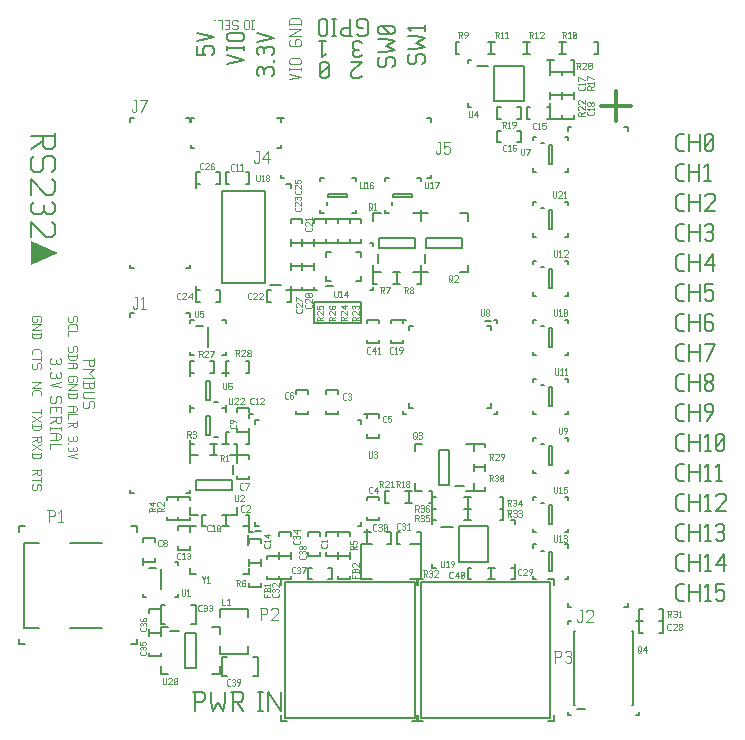
<source format=gbr>
G04 start of page 9 for group -4079 idx -4079 *
G04 Title: pmc, topsilk *
G04 Creator: pcb 1.99z *
G04 CreationDate: Fri 27 Sep 2013 09:22:41 AM GMT UTC *
G04 For: russ *
G04 Format: Gerber/RS-274X *
G04 PCB-Dimensions (mm): 62.00 62.00 *
G04 PCB-Coordinate-Origin: lower left *
%MOMM*%
%FSLAX43Y43*%
%LNTOPSILK*%
%ADD153C,0.200*%
%ADD152C,0.209*%
%ADD151C,0.140*%
%ADD150C,0.165*%
%ADD149C,0.102*%
%ADD148C,0.142*%
%ADD147C,0.300*%
%ADD146C,0.152*%
%ADD145C,0.002*%
G54D145*G36*
X1538Y41626D02*X3824Y40610D01*
X1538Y39594D01*
Y41626D01*
G37*
G54D146*X25500Y34700D02*X29500D01*
Y36500D01*
X25500Y34700D02*Y36500D01*
X29500D02*X25500D01*
G54D147*X49754Y53098D02*X52294D01*
X51024Y54368D02*Y51828D01*
G54D148*X20823Y55638D02*X20646Y55816D01*
Y56171D02*Y55816D01*
Y56171D02*X20823Y56349D01*
X22068Y56171D02*X21890Y56349D01*
X22068Y56171D02*Y55816D01*
X21890Y55638D02*X22068Y55816D01*
X21286Y56171D02*Y55816D01*
X20823Y56349D02*X21108D01*
X21463D02*X21890D01*
X21463D02*X21286Y56171D01*
X21108Y56349D02*X21286Y56171D01*
X22068Y56954D02*Y56776D01*
X20823Y57380D02*X20646Y57558D01*
Y57914D02*Y57558D01*
Y57914D02*X20823Y58092D01*
X22068Y57914D02*X21890Y58092D01*
X22068Y57914D02*Y57558D01*
X21890Y57380D02*X22068Y57558D01*
X21286Y57914D02*Y57558D01*
X20823Y58092D02*X21108D01*
X21463D02*X21890D01*
X21463D02*X21286Y57914D01*
X21108Y58092D02*X21286Y57914D01*
X20646Y58518D02*X22068Y58874D01*
X20646Y59230D01*
X15566Y58127D02*Y57416D01*
X16277D01*
X16099Y57594D01*
Y57949D02*Y57594D01*
Y57949D02*X16277Y58127D01*
X16810D01*
X16988Y57949D02*X16810Y58127D01*
X16988Y57949D02*Y57594D01*
X16810Y57416D02*X16988Y57594D01*
X15566Y58554D02*X16988Y58910D01*
X15566Y59265D01*
X18106Y56654D02*X19528Y57010D01*
X18106Y57365D01*
Y58148D02*Y57792D01*
Y57970D02*X19528D01*
Y58148D02*Y57792D01*
X18283Y58574D02*X19350D01*
X18283D02*X18106Y58752D01*
Y59108D02*Y58752D01*
Y59108D02*X18283Y59285D01*
X19350D01*
X19528Y59108D02*X19350Y59285D01*
X19528Y59108D02*Y58752D01*
X19350Y58574D02*X19528Y58752D01*
G54D149*X23397Y58614D02*X23516Y58733D01*
X23397Y58614D02*Y58255D01*
X23516Y58136D02*X23397Y58255D01*
X23516Y58136D02*X24232D01*
X24352Y58255D01*
Y58614D02*Y58255D01*
Y58614D02*X24232Y58733D01*
X23994D02*X24232D01*
X23874Y58614D02*X23994Y58733D01*
X23874Y58614D02*Y58375D01*
X23397Y59019D02*X24352D01*
X23397D02*X24352Y59616D01*
X23397D02*X24352D01*
X23397Y60022D02*X24352D01*
X23397Y60333D02*X23564Y60500D01*
X24185D01*
X24352Y60333D02*X24185Y60500D01*
X24352Y60333D02*Y59903D01*
X23397Y60333D02*Y59903D01*
Y55342D02*X24352Y55581D01*
X23397Y55820D01*
Y56345D02*Y56106D01*
Y56225D02*X24352D01*
Y56345D02*Y56106D01*
X23516Y56631D02*X24232D01*
X23516D02*X23397Y56751D01*
Y56989D02*Y56751D01*
Y56989D02*X23516Y57109D01*
X24232D01*
X24352Y56989D02*X24232Y57109D01*
X24352Y56989D02*Y56751D01*
X24232Y56631D02*X24352Y56751D01*
X20176Y59594D02*X20364D01*
X20270Y60346D02*Y59594D01*
X20176Y60346D02*X20364D01*
X19950Y60252D02*Y59688D01*
X19857Y59594D01*
X19669D02*X19857D01*
X19669D02*X19575Y59688D01*
Y60252D02*Y59688D01*
X19669Y60346D02*X19575Y60252D01*
X19669Y60346D02*X19857D01*
X19950Y60252D02*X19857Y60346D01*
X18635Y59594D02*X18541Y59688D01*
X18635Y59594D02*X18917D01*
X19011Y59688D02*X18917Y59594D01*
X19011Y59876D02*Y59688D01*
Y59876D02*X18917Y59970D01*
X18635D02*X18917D01*
X18635D02*X18541Y60064D01*
Y60252D02*Y60064D01*
X18635Y60346D02*X18541Y60252D01*
X18635Y60346D02*X18917D01*
X19011Y60252D02*X18917Y60346D01*
X18033Y59932D02*X18315D01*
X17939Y60346D02*X18315D01*
Y59594D01*
X17939D02*X18315D01*
X17714Y60346D02*Y59594D01*
X17338Y60346D02*X17714D01*
X17018D02*X17112D01*
G54D150*X15406Y3489D02*Y1843D01*
X15200Y3489D02*X16023D01*
X16229Y3283D01*
Y2871D01*
X16023Y2666D02*X16229Y2871D01*
X15406Y2666D02*X16023D01*
X16722Y3489D02*Y2666D01*
X16928Y1843D01*
X17340Y2666D01*
X17751Y1843D01*
X17957Y2666D01*
Y3489D02*Y2666D01*
X18451Y3489D02*X19274D01*
X19479Y3283D01*
Y2871D01*
X19274Y2666D02*X19479Y2871D01*
X18656Y2666D02*X19274D01*
X18656Y3489D02*Y1843D01*
X18986Y2666D02*X19479Y1843D01*
X20714Y3489D02*X21125D01*
X20920D02*Y1843D01*
X20714D02*X21125D01*
X21619Y3489D02*Y1843D01*
Y3489D02*X22648Y1843D01*
Y3489D02*Y1843D01*
G54D148*X56353Y41668D02*X56815D01*
X56104Y41917D02*X56353Y41668D01*
X56104Y42841D02*Y41917D01*
Y42841D02*X56353Y43090D01*
X56815D01*
X57242D02*Y41668D01*
X58131Y43090D02*Y41668D01*
X57242Y42379D02*X58131D01*
X58558Y42913D02*X58735Y43090D01*
X59091D01*
X59269Y42913D01*
X59091Y41668D02*X59269Y41846D01*
X58735Y41668D02*X59091D01*
X58558Y41846D02*X58735Y41668D01*
Y42450D02*X59091D01*
X59269Y42913D02*Y42628D01*
Y42273D02*Y41846D01*
Y42273D02*X59091Y42450D01*
X59269Y42628D02*X59091Y42450D01*
X56353Y39128D02*X56815D01*
X56104Y39377D02*X56353Y39128D01*
X56104Y40301D02*Y39377D01*
Y40301D02*X56353Y40550D01*
X56815D01*
X57242D02*Y39128D01*
X58131Y40550D02*Y39128D01*
X57242Y39839D02*X58131D01*
X58558Y39661D02*X59269Y40550D01*
X58558Y39661D02*X59447D01*
X59269Y40550D02*Y39128D01*
X56353Y36588D02*X56815D01*
X56104Y36837D02*X56353Y36588D01*
X56104Y37761D02*Y36837D01*
Y37761D02*X56353Y38010D01*
X56815D01*
X57242D02*Y36588D01*
X58131Y38010D02*Y36588D01*
X57242Y37299D02*X58131D01*
X58558Y38010D02*X59269D01*
X58558D02*Y37299D01*
X58735Y37477D01*
X59091D01*
X59269Y37299D01*
Y36766D01*
X59091Y36588D02*X59269Y36766D01*
X58735Y36588D02*X59091D01*
X58558Y36766D02*X58735Y36588D01*
X56353Y34048D02*X56815D01*
X56104Y34297D02*X56353Y34048D01*
X56104Y35221D02*Y34297D01*
Y35221D02*X56353Y35470D01*
X56815D01*
X57242D02*Y34048D01*
X58131Y35470D02*Y34048D01*
X57242Y34759D02*X58131D01*
X59091Y35470D02*X59269Y35293D01*
X58735Y35470D02*X59091D01*
X58558Y35293D02*X58735Y35470D01*
X58558Y35293D02*Y34226D01*
X58735Y34048D01*
X59091Y34830D02*X59269Y34653D01*
X58558Y34830D02*X59091D01*
X58735Y34048D02*X59091D01*
X59269Y34226D01*
Y34653D02*Y34226D01*
X56353Y49288D02*X56815D01*
X56104Y49537D02*X56353Y49288D01*
X56104Y50461D02*Y49537D01*
Y50461D02*X56353Y50710D01*
X56815D01*
X57242D02*Y49288D01*
X58131Y50710D02*Y49288D01*
X57242Y49999D02*X58131D01*
X58558Y49466D02*X58735Y49288D01*
X58558Y50533D02*Y49466D01*
Y50533D02*X58735Y50710D01*
X59091D01*
X59269Y50533D01*
Y49466D01*
X59091Y49288D02*X59269Y49466D01*
X58735Y49288D02*X59091D01*
X58558Y49644D02*X59269Y50355D01*
G54D151*X56351Y46761D02*X56810D01*
X56104Y47008D02*X56351Y46761D01*
X56104Y47926D02*Y47008D01*
Y47926D02*X56351Y48173D01*
X56810D01*
X57234D02*Y46761D01*
X58116Y48173D02*Y46761D01*
X57234Y47467D02*X58116D01*
X58540Y47890D02*X58823Y48173D01*
Y46761D01*
X58540D02*X59070D01*
G54D148*X56353Y44208D02*X56815D01*
X56104Y44457D02*X56353Y44208D01*
X56104Y45381D02*Y44457D01*
Y45381D02*X56353Y45630D01*
X56815D01*
X57242D02*Y44208D01*
X58131Y45630D02*Y44208D01*
X57242Y44919D02*X58131D01*
X58558Y45453D02*X58735Y45630D01*
X59269D01*
X59447Y45453D01*
Y45097D01*
X58558Y44208D02*X59447Y45097D01*
X58558Y44208D02*X59447D01*
X56353Y31508D02*X56815D01*
X56104Y31757D02*X56353Y31508D01*
X56104Y32681D02*Y31757D01*
Y32681D02*X56353Y32930D01*
X56815D01*
X57242D02*Y31508D01*
X58131Y32930D02*Y31508D01*
X57242Y32219D02*X58131D01*
X58735Y31508D02*X59447Y32930D01*
X58558D02*X59447D01*
X56353Y28968D02*X56815D01*
X56104Y29217D02*X56353Y28968D01*
X56104Y30141D02*Y29217D01*
Y30141D02*X56353Y30390D01*
X56815D01*
X57242D02*Y28968D01*
X58131Y30390D02*Y28968D01*
X57242Y29679D02*X58131D01*
X58558Y29146D02*X58735Y28968D01*
X58558Y29430D02*Y29146D01*
Y29430D02*X58807Y29679D01*
X59020D01*
X59269Y29430D01*
Y29146D01*
X59091Y28968D02*X59269Y29146D01*
X58735Y28968D02*X59091D01*
X58558Y29928D02*X58807Y29679D01*
X58558Y30213D02*Y29928D01*
Y30213D02*X58735Y30390D01*
X59091D01*
X59269Y30213D01*
Y29928D01*
X59020Y29679D02*X59269Y29928D01*
X56353Y26428D02*X56815D01*
X56104Y26677D02*X56353Y26428D01*
X56104Y27601D02*Y26677D01*
Y27601D02*X56353Y27850D01*
X56815D01*
X57242D02*Y26428D01*
X58131Y27850D02*Y26428D01*
X57242Y27139D02*X58131D01*
X58735Y26428D02*X59269Y27139D01*
Y27673D02*Y27139D01*
X59091Y27850D02*X59269Y27673D01*
X58735Y27850D02*X59091D01*
X58558Y27673D02*X58735Y27850D01*
X58558Y27673D02*Y27317D01*
X58735Y27139D01*
X59269D01*
X56353Y21348D02*X56815D01*
X56104Y21597D02*X56353Y21348D01*
X56104Y22521D02*Y21597D01*
Y22521D02*X56353Y22770D01*
X56815D01*
X57242D02*Y21348D01*
X58131Y22770D02*Y21348D01*
X57242Y22059D02*X58131D01*
X58558Y22486D02*X58842Y22770D01*
Y21348D01*
X58558D02*X59091D01*
X59518Y22486D02*X59802Y22770D01*
Y21348D01*
X59518D02*X60051D01*
X56353Y18808D02*X56815D01*
X56104Y19057D02*X56353Y18808D01*
X56104Y19981D02*Y19057D01*
Y19981D02*X56353Y20230D01*
X56815D01*
X57242D02*Y18808D01*
X58131Y20230D02*Y18808D01*
X57242Y19519D02*X58131D01*
X58558Y19946D02*X58842Y20230D01*
Y18808D01*
X58558D02*X59091D01*
X59518Y20053D02*X59696Y20230D01*
X60229D01*
X60407Y20053D01*
Y19697D01*
X59518Y18808D02*X60407Y19697D01*
X59518Y18808D02*X60407D01*
X56353Y16268D02*X56815D01*
X56104Y16517D02*X56353Y16268D01*
X56104Y17441D02*Y16517D01*
Y17441D02*X56353Y17690D01*
X56815D01*
X57242D02*Y16268D01*
X58131Y17690D02*Y16268D01*
X57242Y16979D02*X58131D01*
X58558Y17406D02*X58842Y17690D01*
Y16268D01*
X58558D02*X59091D01*
X59518Y17513D02*X59696Y17690D01*
X60051D01*
X60229Y17513D01*
X60051Y16268D02*X60229Y16446D01*
X59696Y16268D02*X60051D01*
X59518Y16446D02*X59696Y16268D01*
Y17050D02*X60051D01*
X60229Y17513D02*Y17228D01*
Y16873D02*Y16446D01*
Y16873D02*X60051Y17050D01*
X60229Y17228D02*X60051Y17050D01*
X56353Y13728D02*X56815D01*
X56104Y13977D02*X56353Y13728D01*
X56104Y14901D02*Y13977D01*
Y14901D02*X56353Y15150D01*
X56815D01*
X57242D02*Y13728D01*
X58131Y15150D02*Y13728D01*
X57242Y14439D02*X58131D01*
X58558Y14866D02*X58842Y15150D01*
Y13728D01*
X58558D02*X59091D01*
X59518Y14261D02*X60229Y15150D01*
X59518Y14261D02*X60407D01*
X60229Y15150D02*Y13728D01*
X56353Y11188D02*X56815D01*
X56104Y11437D02*X56353Y11188D01*
X56104Y12361D02*Y11437D01*
Y12361D02*X56353Y12610D01*
X56815D01*
X57242D02*Y11188D01*
X58131Y12610D02*Y11188D01*
X57242Y11899D02*X58131D01*
X58558Y12326D02*X58842Y12610D01*
Y11188D01*
X58558D02*X59091D01*
X59518Y12610D02*X60229D01*
X59518D02*Y11899D01*
X59696Y12077D01*
X60051D01*
X60229Y11899D01*
Y11366D01*
X60051Y11188D02*X60229Y11366D01*
X59696Y11188D02*X60051D01*
X59518Y11366D02*X59696Y11188D01*
X56353Y23888D02*X56815D01*
X56104Y24137D02*X56353Y23888D01*
X56104Y25061D02*Y24137D01*
Y25061D02*X56353Y25310D01*
X56815D01*
X57242D02*Y23888D01*
X58131Y25310D02*Y23888D01*
X57242Y24599D02*X58131D01*
X58558Y25026D02*X58842Y25310D01*
Y23888D01*
X58558D02*X59091D01*
X59518Y24066D02*X59696Y23888D01*
X59518Y25133D02*Y24066D01*
Y25133D02*X59696Y25310D01*
X60051D01*
X60229Y25133D01*
Y24066D01*
X60051Y23888D02*X60229Y24066D01*
X59696Y23888D02*X60051D01*
X59518Y24244D02*X60229Y24955D01*
X33420Y57323D02*X33597Y57501D01*
X33420Y57323D02*Y56790D01*
X33597Y56612D02*X33420Y56790D01*
X33597Y56612D02*X33953D01*
X34131Y56790D01*
Y57323D02*Y56790D01*
Y57323D02*X34309Y57501D01*
X34664D01*
X34842Y57323D02*X34664Y57501D01*
X34842Y57323D02*Y56790D01*
X34664Y56612D02*X34842Y56790D01*
X33420Y57928D02*X34131D01*
X34842Y58106D01*
X34131Y58461D01*
X34842Y58817D01*
X34131Y58995D01*
X33420D02*X34131D01*
X33704Y59421D02*X33420Y59706D01*
X34842D01*
Y59955D02*Y59421D01*
X29305Y59000D02*X29127Y59177D01*
X29305Y59000D02*X29838D01*
X30016Y59177D02*X29838Y59000D01*
X30016Y60244D02*Y59177D01*
Y60244D02*X29838Y60422D01*
X29305D02*X29838D01*
X29305D02*X29127Y60244D01*
Y59889D01*
X29305Y59711D02*X29127Y59889D01*
X29305Y59711D02*X29660D01*
X28522Y60422D02*Y59000D01*
X27989D02*X28700D01*
X27989D02*X27811Y59177D01*
Y59533D02*Y59177D01*
X27989Y59711D02*X27811Y59533D01*
X27989Y59711D02*X28522D01*
X27029Y59000D02*X27385D01*
X27207Y60422D02*Y59000D01*
X27029Y60422D02*X27385D01*
X26602Y60244D02*Y59177D01*
X26424Y59000D01*
X26069D02*X26424D01*
X26069D02*X25891Y59177D01*
Y60244D02*Y59177D01*
X26069Y60422D02*X25891Y60244D01*
X26069Y60422D02*X26424D01*
X26602Y60244D02*X26424Y60422D01*
G54D151*X26714Y56677D02*X26537Y56853D01*
X26714Y56677D02*Y55618D01*
X26537Y55441D01*
X26184D02*X26537D01*
X26184D02*X26008Y55618D01*
Y56677D02*Y55618D01*
X26184Y56853D02*X26008Y56677D01*
X26184Y56853D02*X26537D01*
X26714Y56500D02*X26008Y55794D01*
G54D148*X30880Y57069D02*X31057Y57247D01*
X30880Y57069D02*Y56536D01*
X31057Y56358D02*X30880Y56536D01*
X31057Y56358D02*X31413D01*
X31591Y56536D01*
Y57069D02*Y56536D01*
Y57069D02*X31769Y57247D01*
X32124D01*
X32302Y57069D02*X32124Y57247D01*
X32302Y57069D02*Y56536D01*
X32124Y56358D02*X32302Y56536D01*
X30880Y57674D02*X31591D01*
X32302Y57852D01*
X31591Y58207D01*
X32302Y58563D01*
X31591Y58741D01*
X30880D02*X31591D01*
X32124Y59167D02*X32302Y59345D01*
X31057Y59167D02*X32124D01*
X31057D02*X30880Y59345D01*
Y59701D02*Y59345D01*
Y59701D02*X31057Y59878D01*
X32124D01*
X32302Y59701D02*X32124Y59878D01*
X32302Y59701D02*Y59345D01*
X31946Y59167D02*X31235Y59878D01*
G54D151*X26460Y57502D02*X26178Y57219D01*
Y58631D02*Y57219D01*
X25930Y58631D02*X26460D01*
X29508Y55618D02*X29331Y55441D01*
X28802D02*X29331D01*
X28802D02*X28625Y55618D01*
Y55971D02*Y55618D01*
X29508Y56853D02*X28625Y55971D01*
Y56853D02*X29508D01*
Y57396D02*X29331Y57219D01*
X28978D02*X29331D01*
X28978D02*X28802Y57396D01*
X28978Y58631D02*X28802Y58455D01*
X28978Y58631D02*X29331D01*
X29508Y58455D02*X29331Y58631D01*
X28978Y57855D02*X29331D01*
X28802Y57678D02*Y57396D01*
Y58455D02*Y58031D01*
X28978Y57855D01*
X28802Y57678D02*X28978Y57855D01*
G54D152*X3585Y50770D02*Y49724D01*
X3323Y49462D01*
X2800D02*X3323D01*
X2538Y49724D02*X2800Y49462D01*
X2538Y50508D02*Y49724D01*
X1492Y50508D02*X3585D01*
X2538Y50090D02*X1492Y49462D01*
X3585Y47788D02*X3323Y47526D01*
X3585Y48572D02*Y47788D01*
X3323Y48834D02*X3585Y48572D01*
X2800Y48834D02*X3323D01*
X2800D02*X2538Y48572D01*
Y47788D01*
X2277Y47526D01*
X1753D02*X2277D01*
X1492Y47788D02*X1753Y47526D01*
X1492Y48572D02*Y47788D01*
X1753Y48834D02*X1492Y48572D01*
X3323Y46898D02*X3585Y46636D01*
Y45852D01*
X3323Y45590D01*
X2800D02*X3323D01*
X1492Y46898D02*X2800Y45590D01*
X1492Y46898D02*Y45590D01*
X3323Y44962D02*X3585Y44700D01*
Y44177D01*
X3323Y43916D01*
X1492Y44177D02*X1753Y43916D01*
X1492Y44700D02*Y44177D01*
X1753Y44962D02*X1492Y44700D01*
X2643D02*Y44177D01*
X2905Y43916D02*X3323D01*
X1753D02*X2381D01*
X2643Y44177D01*
X2905Y43916D02*X2643Y44177D01*
X3323Y43288D02*X3585Y43026D01*
Y42241D01*
X3323Y41980D01*
X2800D02*X3323D01*
X1492Y43288D02*X2800Y41980D01*
X1492Y43288D02*Y41980D01*
G54D149*X2369Y34905D02*X2276Y34812D01*
X2369Y35183D02*Y34905D01*
X2276Y35276D02*X2369Y35183D01*
X1720Y35276D02*X2276D01*
X1720D02*X1627Y35183D01*
Y34905D01*
X1720Y34812D01*
X1905D01*
X1998Y34905D02*X1905Y34812D01*
X1998Y35091D02*Y34905D01*
X1627Y34590D02*X2369D01*
X1627Y34126D01*
X2369D01*
X1627Y33811D02*X2369D01*
Y33570D02*X2239Y33440D01*
X1757D02*X2239D01*
X1627Y33570D02*X1757Y33440D01*
X1627Y33904D02*Y33570D01*
X2369Y33904D02*Y33570D01*
X1627Y32352D02*Y32111D01*
X1757Y32482D02*X1627Y32352D01*
X1757Y32482D02*X2239D01*
X2369Y32352D01*
Y32111D01*
Y31889D02*Y31518D01*
X1627Y31703D02*X2369D01*
Y30924D02*X2276Y30832D01*
X2369Y31203D02*Y30924D01*
X2276Y31295D02*X2369Y31203D01*
X2090Y31295D02*X2276D01*
X2090D02*X1998Y31203D01*
Y30924D01*
X1905Y30832D01*
X1720D02*X1905D01*
X1627Y30924D02*X1720Y30832D01*
X1627Y31203D02*Y30924D01*
X1720Y31295D02*X1627Y31203D01*
X3966Y31720D02*X4088Y31598D01*
Y31354D01*
X3966Y31232D01*
X3113Y31354D02*X3235Y31232D01*
X3113Y31598D02*Y31354D01*
X3235Y31720D02*X3113Y31598D01*
X3649D02*Y31354D01*
X3771Y31232D02*X3966D01*
X3235D02*X3527D01*
X3649Y31354D01*
X3771Y31232D02*X3649Y31354D01*
X3113Y30940D02*Y30818D01*
X3966Y30525D02*X4088Y30403D01*
Y30159D01*
X3966Y30038D01*
X3113Y30159D02*X3235Y30038D01*
X3113Y30403D02*Y30159D01*
X3235Y30525D02*X3113Y30403D01*
X3649D02*Y30159D01*
X3771Y30038D02*X3966D01*
X3235D02*X3527D01*
X3649Y30159D01*
X3771Y30038D02*X3649Y30159D01*
X4088Y29745D02*X3113Y29501D01*
X4088Y29257D01*
Y28038D02*X3966Y27916D01*
X4088Y28404D02*Y28038D01*
X3966Y28526D02*X4088Y28404D01*
X3722Y28526D02*X3966D01*
X3722D02*X3600Y28404D01*
Y28038D01*
X3479Y27916D01*
X3235D02*X3479D01*
X3113Y28038D02*X3235Y27916D01*
X3113Y28404D02*Y28038D01*
X3235Y28526D02*X3113Y28404D01*
X3649Y27623D02*Y27258D01*
X3113Y27623D02*Y27136D01*
Y27623D02*X4088D01*
Y27136D01*
Y26843D02*Y26356D01*
X3966Y26234D01*
X3722D02*X3966D01*
X3600Y26356D02*X3722Y26234D01*
X3600Y26721D02*Y26356D01*
X3113Y26721D02*X4088D01*
X3600Y26526D02*X3113Y26234D01*
X4088Y25941D02*Y25697D01*
X3113Y25819D02*X4088D01*
X3113Y25941D02*Y25697D01*
Y25405D02*X3844D01*
X4088Y25234D01*
Y24966D01*
X3844Y24795D01*
X3113D02*X3844D01*
X3600Y25405D02*Y24795D01*
X3113Y24502D02*X4088D01*
X3113D02*Y24015D01*
X2369Y27402D02*Y27031D01*
X1627Y27217D02*X2369D01*
X1627Y26809D02*X2369Y26345D01*
Y26809D02*X1627Y26345D01*
Y26030D02*X2369D01*
Y25789D02*X2239Y25659D01*
X1757D02*X2239D01*
X1627Y25789D02*X1757Y25659D01*
X1627Y26123D02*Y25789D01*
X2369Y26123D02*Y25789D01*
Y25116D02*Y24745D01*
X2276Y24652D01*
X2090D02*X2276D01*
X1998Y24745D02*X2090Y24652D01*
X1998Y25023D02*Y24745D01*
X1627Y25023D02*X2369D01*
X1998Y24875D02*X1627Y24652D01*
Y24430D02*X2369Y23966D01*
Y24430D02*X1627Y23966D01*
Y23651D02*X2369D01*
Y23410D02*X2239Y23280D01*
X1757D02*X2239D01*
X1627Y23410D02*X1757Y23280D01*
X1627Y23744D02*Y23410D01*
X2369Y23744D02*Y23410D01*
Y22322D02*Y21951D01*
X2276Y21858D01*
X2090D02*X2276D01*
X1998Y21951D02*X2090Y21858D01*
X1998Y22229D02*Y21951D01*
X1627Y22229D02*X2369D01*
X1998Y22081D02*X1627Y21858D01*
X2369Y21636D02*Y21265D01*
X1627Y21451D02*X2369D01*
Y20672D02*X2276Y20579D01*
X2369Y20950D02*Y20672D01*
X2276Y21043D02*X2369Y20950D01*
X2090Y21043D02*X2276D01*
X2090D02*X1998Y20950D01*
Y20672D01*
X1905Y20579D01*
X1720D02*X1905D01*
X1627Y20672D02*X1720Y20579D01*
X1627Y20950D02*Y20672D01*
X1720Y21043D02*X1627Y20950D01*
Y29688D02*X2369D01*
X1627Y29224D01*
X2369D01*
X1627Y28872D02*Y28631D01*
X1757Y29002D02*X1627Y28872D01*
X1757Y29002D02*X2239D01*
X2369Y28872D01*
Y28631D01*
X5907Y31598D02*X6882D01*
Y31720D02*Y31232D01*
X6760Y31110D01*
X6516D02*X6760D01*
X6394Y31232D02*X6516Y31110D01*
X6394Y31598D02*Y31232D01*
X5907Y30818D02*X6882D01*
X6394Y30452D01*
X6882Y30086D01*
X5907D02*X6882D01*
X5907Y29794D02*Y29306D01*
X6029Y29184D01*
X6321D01*
X6443Y29306D02*X6321Y29184D01*
X6443Y29672D02*Y29306D01*
X5907Y29672D02*X6882D01*
Y29794D02*Y29306D01*
X6760Y29184D01*
X6565D02*X6760D01*
X6443Y29306D02*X6565Y29184D01*
X6029Y28891D02*X6882D01*
X6029D02*X5907Y28770D01*
Y28526D01*
X6029Y28404D01*
X6882D01*
Y27623D02*X6760Y27502D01*
X6882Y27989D02*Y27623D01*
X6760Y28111D02*X6882Y27989D01*
X6516Y28111D02*X6760D01*
X6516D02*X6394Y27989D01*
Y27623D01*
X6273Y27502D01*
X6029D02*X6273D01*
X5907Y27623D02*X6029Y27502D01*
X5907Y27989D02*Y27623D01*
X6029Y28111D02*X5907Y27989D01*
X5419Y34910D02*X5328Y34819D01*
X5419Y35185D02*Y34910D01*
X5328Y35276D02*X5419Y35185D01*
X5145Y35276D02*X5328D01*
X5145D02*X5053Y35185D01*
Y34910D01*
X4962Y34819D01*
X4779D02*X4962D01*
X4688Y34910D02*X4779Y34819D01*
X4688Y35185D02*Y34910D01*
X4779Y35276D02*X4688Y35185D01*
Y34471D02*Y34234D01*
X4816Y34599D02*X4688Y34471D01*
X4816Y34599D02*X5291D01*
X5419Y34471D01*
Y34234D01*
X4688Y34014D02*X5419D01*
X4688D02*Y33648D01*
X5417Y32365D02*X5324Y32272D01*
X5417Y32643D02*Y32365D01*
X5324Y32736D02*X5417Y32643D01*
X5138Y32736D02*X5324D01*
X5138D02*X5046Y32643D01*
Y32365D01*
X4953Y32272D01*
X4768D02*X4953D01*
X4675Y32365D02*X4768Y32272D01*
X4675Y32643D02*Y32365D01*
X4768Y32736D02*X4675Y32643D01*
Y31957D02*X5417D01*
Y31716D02*X5287Y31586D01*
X4805D02*X5287D01*
X4675Y31716D02*X4805Y31586D01*
X4675Y32050D02*Y31716D01*
X5417Y32050D02*Y31716D01*
X4675Y31364D02*X5231D01*
X5417Y31234D01*
Y31030D01*
X5231Y30900D01*
X4675D02*X5231D01*
X5046Y31364D02*Y30900D01*
X5417Y29825D02*X5324Y29732D01*
X5417Y30103D02*Y29825D01*
X5324Y30196D02*X5417Y30103D01*
X4768Y30196D02*X5324D01*
X4768D02*X4675Y30103D01*
Y29825D01*
X4768Y29732D01*
X4953D01*
X5046Y29825D02*X4953Y29732D01*
X5046Y30011D02*Y29825D01*
X4675Y29510D02*X5417D01*
X4675Y29046D01*
X5417D01*
X4675Y28731D02*X5417D01*
Y28490D02*X5287Y28360D01*
X4805D02*X5287D01*
X4675Y28490D02*X4805Y28360D01*
X4675Y28824D02*Y28490D01*
X5417Y28824D02*Y28490D01*
X5324Y25116D02*X5417Y25023D01*
Y24838D01*
X5324Y24745D01*
X4675Y24838D02*X4768Y24745D01*
X4675Y25023D02*Y24838D01*
X4768Y25116D02*X4675Y25023D01*
X5083D02*Y24838D01*
X5176Y24745D02*X5324D01*
X4768D02*X4990D01*
X5083Y24838D01*
X5176Y24745D02*X5083Y24838D01*
X4675Y24523D02*Y24430D01*
X5324Y24207D02*X5417Y24115D01*
Y23929D01*
X5324Y23837D01*
X4675Y23929D02*X4768Y23837D01*
X4675Y24115D02*Y23929D01*
X4768Y24207D02*X4675Y24115D01*
X5083D02*Y23929D01*
X5176Y23837D02*X5324D01*
X4768D02*X4990D01*
X5083Y23929D01*
X5176Y23837D02*X5083Y23929D01*
X5417Y23614D02*X4675Y23429D01*
X5417Y23243D01*
X4675Y27656D02*X5231D01*
X5417Y27526D01*
Y27322D01*
X5231Y27192D01*
X4675D02*X5231D01*
X5046Y27656D02*Y27192D01*
X4675Y26970D02*X5417D01*
X4675D02*Y26599D01*
X5417Y26377D02*Y26006D01*
X5324Y25913D01*
X5138D02*X5324D01*
X5046Y26006D02*X5138Y25913D01*
X5046Y26284D02*Y26006D01*
X4675Y26284D02*X5417D01*
X5046Y26136D02*X4675Y25913D01*
G54D153*X51722Y10680D02*X52040D01*
Y10998D02*Y10680D01*
X51722Y51320D02*X52040D01*
Y51002D01*
X46960Y10680D02*X47278D01*
X46960Y10998D02*Y10680D01*
Y51320D02*X47278D01*
X46960D02*Y51002D01*
X45350Y34300D02*X45650D01*
X45350D02*Y32700D01*
X45650D01*
Y34300D02*Y32700D01*
X44000Y32300D02*Y32000D01*
X44300D01*
X47000Y32300D02*Y32000D01*
X46700D02*X47000D01*
X44000Y35000D02*Y34700D01*
Y35000D02*X44300D01*
X47000D02*Y34700D01*
X46700Y35000D02*X47000D01*
X44668Y34450D02*X44982D01*
X45350Y24300D02*X45650D01*
X45350D02*Y22700D01*
X45650D01*
Y24300D02*Y22700D01*
X44000Y22300D02*Y22000D01*
X44300D01*
X47000Y22300D02*Y22000D01*
X46700D02*X47000D01*
X44000Y25000D02*Y24700D01*
Y25000D02*X44300D01*
X47000D02*Y24700D01*
X46700Y25000D02*X47000D01*
X44668Y24450D02*X44982D01*
X45350Y29300D02*X45650D01*
X45350D02*Y27700D01*
X45650D01*
Y29300D02*Y27700D01*
X44000Y27300D02*Y27000D01*
X44300D01*
X47000Y27300D02*Y27000D01*
X46700D02*X47000D01*
X44000Y30000D02*Y29700D01*
Y30000D02*X44300D01*
X47000D02*Y29700D01*
X46700Y30000D02*X47000D01*
X44668Y29450D02*X44982D01*
X30000Y25300D02*Y25000D01*
X31000D01*
Y25300D02*Y25000D01*
X30000Y27000D02*Y26700D01*
Y27000D02*X31000D01*
Y26700D01*
X32000Y33300D02*Y33000D01*
X33000D01*
Y33300D02*Y33000D01*
X32000Y35000D02*Y34700D01*
Y35000D02*X33000D01*
Y34700D01*
X33500Y34500D02*X33900D01*
X33500D02*Y34100D01*
Y27500D02*X33900D01*
X33500Y27900D02*Y27500D01*
X40100Y34500D02*X40500D01*
Y34100D01*
X40100Y27500D02*X40500D01*
Y27900D02*Y27500D01*
X33000Y35000D02*X33300D01*
X33000D02*Y34700D01*
Y27000D02*X33300D01*
X33000Y27300D02*Y27000D01*
X40700Y35000D02*X41000D01*
Y34700D01*
X40700Y27000D02*X41000D01*
Y27300D02*Y27000D01*
X39940Y34900D02*X40500D01*
X30000Y33300D02*Y33000D01*
X31000D01*
Y33300D02*Y33000D01*
X30000Y35000D02*Y34700D01*
Y35000D02*X31000D01*
Y34700D01*
X36050Y21000D02*X36950D01*
Y24000D01*
X36050D02*X36950D01*
X36050Y21000D02*Y24000D01*
X39000Y23850D02*Y24500D01*
X38350D02*X39000D01*
X34000Y23850D02*Y24500D01*
X34650D01*
X39000Y20500D02*Y21150D01*
X38350Y20500D02*X39000D01*
X34000D02*Y21150D01*
Y20500D02*X34650D01*
X37415Y20875D02*X38185D01*
X39000Y22800D02*Y22500D01*
X40000D01*
Y22800D02*Y22500D01*
X39000Y24500D02*Y24200D01*
Y24500D02*X40000D01*
Y24200D01*
Y22500D02*Y22200D01*
X39000Y22500D02*X40000D01*
X39000D02*Y22200D01*
X40000Y20800D02*Y20500D01*
X39000D02*X40000D01*
X39000Y20800D02*Y20500D01*
X40500Y13000D02*X40200D01*
X40500D02*Y14000D01*
X40200D01*
X38500Y13000D02*X38800D01*
X38500D02*Y14000D01*
X38800D01*
X45350Y44300D02*X45650D01*
X45350D02*Y42700D01*
X45650D01*
Y44300D02*Y42700D01*
X44000Y42300D02*Y42000D01*
X44300D01*
X47000Y42300D02*Y42000D01*
X46700D02*X47000D01*
X44000Y45000D02*Y44700D01*
Y45000D02*X44300D01*
X47000D02*Y44700D01*
X46700Y45000D02*X47000D01*
X44668Y44450D02*X44982D01*
X45350Y39300D02*X45650D01*
X45350D02*Y37700D01*
X45650D01*
Y39300D02*Y37700D01*
X44000Y37300D02*Y37000D01*
X44300D01*
X47000Y37300D02*Y37000D01*
X46700D02*X47000D01*
X44000Y40000D02*Y39700D01*
Y40000D02*X44300D01*
X47000D02*Y39700D01*
X46700Y40000D02*X47000D01*
X44668Y39450D02*X44982D01*
X45350Y49800D02*X45650D01*
X45350D02*Y48200D01*
X45650D01*
Y49800D02*Y48200D01*
X44000Y47800D02*Y47500D01*
X44300D01*
X47000Y47800D02*Y47500D01*
X46700D02*X47000D01*
X44000Y50500D02*Y50200D01*
Y50500D02*X44300D01*
X47000D02*Y50200D01*
X46700Y50500D02*X47000D01*
X44668Y49950D02*X44982D01*
X46500Y58500D02*X46800D01*
X46500D02*Y57500D01*
X46800D01*
X49200Y58500D02*X49500D01*
Y57500D01*
X49200D02*X49500D01*
X46200D02*X46500D01*
Y58500D02*Y57500D01*
X46200Y58500D02*X46500D01*
X43500Y57500D02*X43800D01*
X43500Y58500D02*Y57500D01*
Y58500D02*X43800D01*
X40500D02*X40800D01*
X40500D02*Y57500D01*
X40800D01*
X43200Y58500D02*X43500D01*
Y57500D01*
X43200D02*X43500D01*
X40200D02*X40500D01*
Y58500D02*Y57500D01*
X40200Y58500D02*X40500D01*
X37500Y57500D02*X37800D01*
X37500Y58500D02*Y57500D01*
Y58500D02*X37800D01*
X40750Y56500D02*X43250D01*
X40750D02*Y53500D01*
X43250D01*
Y56500D02*Y53500D01*
X38500Y53300D02*Y53000D01*
X38800D01*
X45500Y53300D02*Y53000D01*
X45200D02*X45500D01*
X38500Y57000D02*Y56700D01*
Y57000D02*X38800D01*
X45500D02*Y56700D01*
X45200Y57000D02*X45500D01*
X39260Y56450D02*X40240D01*
X42700Y52000D02*X43000D01*
Y53000D02*Y52000D01*
X42700Y53000D02*X43000D01*
X41000Y52000D02*X41300D01*
X41000Y53000D02*Y52000D01*
Y53000D02*X41300D01*
X43000Y50000D02*X42700D01*
X43000D02*Y51000D01*
X42700D01*
X41000Y50000D02*X41300D01*
X41000D02*Y51000D01*
X41300D01*
X43500Y53000D02*X43800D01*
X43500D02*Y52000D01*
X43800D01*
X45200Y53000D02*X45500D01*
Y52000D01*
X45200D02*X45500D01*
X47500Y54000D02*Y53700D01*
X46500Y54000D02*X47500D01*
X46500D02*Y53700D01*
X47500Y52300D02*Y52000D01*
X46500D02*X47500D01*
X46500Y52300D02*Y52000D01*
X45500Y54300D02*Y54000D01*
X46500D01*
Y54300D02*Y54000D01*
X45500Y56000D02*Y55700D01*
Y56000D02*X46500D01*
Y55700D01*
Y54300D02*Y54000D01*
X47500D01*
Y54300D02*Y54000D01*
X46500Y56000D02*Y55700D01*
Y56000D02*X47500D01*
Y55700D01*
X47200Y56000D02*X47500D01*
Y57000D02*Y56000D01*
X47200Y57000D02*X47500D01*
X45500Y56000D02*X45800D01*
X45500Y57000D02*Y56000D01*
Y57000D02*X45800D01*
X46500Y54000D02*Y53700D01*
X45500Y54000D02*X46500D01*
X45500D02*Y53700D01*
X46500Y52300D02*Y52000D01*
X45500D02*X46500D01*
X45500Y52300D02*Y52000D01*
X32200Y38000D02*X32500D01*
Y39000D02*Y38000D01*
X32200Y39000D02*X32500D01*
X30500Y38000D02*X30800D01*
X30500Y39000D02*Y38000D01*
Y39000D02*X30800D01*
X35000Y41950D02*Y41050D01*
X38000D01*
Y41950D02*Y41050D01*
X35000Y41950D02*X38000D01*
X37850Y39000D02*X38500D01*
Y39650D02*Y39000D01*
X37850Y44000D02*X38500D01*
Y43350D01*
X34500Y39000D02*X35150D01*
X34500Y39650D02*Y39000D01*
Y44000D02*X35150D01*
X34500D02*Y43350D01*
X34875Y40585D02*Y39815D01*
X29500Y16000D02*X30375D01*
X29500Y13000D02*Y16000D01*
Y13000D02*X30375D01*
X33625Y16000D02*X34500D01*
Y13000D02*Y16000D01*
X33625Y13000D02*X34500D01*
X42200D02*X42500D01*
Y14000D02*Y13000D01*
X42200Y14000D02*X42500D01*
X40500Y13000D02*X40800D01*
X40500Y14000D02*Y13000D01*
Y14000D02*X40800D01*
X31700Y16000D02*X32000D01*
Y17000D02*Y16000D01*
X31700Y17000D02*X32000D01*
X30000Y16000D02*X30300D01*
X30000Y17000D02*Y16000D01*
Y17000D02*X30300D01*
X32500D02*X32800D01*
X32500D02*Y16000D01*
X32800D01*
X34200Y17000D02*X34500D01*
Y16000D01*
X34200D02*X34500D01*
X45350Y15300D02*X45650D01*
X45350D02*Y13700D01*
X45650D01*
Y15300D02*Y13700D01*
X44000Y13300D02*Y13000D01*
X44300D01*
X47000Y13300D02*Y13000D01*
X46700D02*X47000D01*
X44000Y16000D02*Y15700D01*
Y16000D02*X44300D01*
X47000D02*Y15700D01*
X46700Y16000D02*X47000D01*
X44668Y15450D02*X44982D01*
X45350Y19300D02*X45650D01*
X45350D02*Y17700D01*
X45650D01*
Y19300D02*Y17700D01*
X44000Y17300D02*Y17000D01*
X44300D01*
X47000Y17300D02*Y17000D01*
X46700D02*X47000D01*
X44000Y20000D02*Y19700D01*
Y20000D02*X44300D01*
X47000D02*Y19700D01*
X46700Y20000D02*X47000D01*
X44668Y19450D02*X44982D01*
X52400Y2375D02*X52500D01*
Y8625D02*Y2375D01*
X52400Y8625D02*X52500D01*
X47500Y2375D02*X47600D01*
X47500Y8625D02*Y2375D01*
Y8625D02*X47600D01*
X52750Y1500D02*X53000D01*
Y1750D02*Y1500D01*
X52750Y9500D02*X53000D01*
Y9250D01*
X47000Y1500D02*X47250D01*
X47000Y1750D02*Y1500D01*
Y9500D02*X47250D01*
X47000D02*Y9250D01*
X47790Y1995D02*X48400D01*
X53000Y10500D02*X53300D01*
X53000D02*Y9500D01*
X53300D01*
X54700Y10500D02*X55000D01*
Y9500D01*
X54700D02*X55000D01*
X53000D02*X53300D01*
X53000D02*Y8500D01*
X53300D01*
X54700Y9500D02*X55000D01*
Y8500D01*
X54700D02*X55000D01*
X31000Y20000D02*Y19700D01*
X30000Y20000D02*X31000D01*
X30000D02*Y19700D01*
X31000Y18300D02*Y18000D01*
X30000D02*X31000D01*
X30000Y18300D02*Y18000D01*
X33200Y19500D02*X33500D01*
Y20500D02*Y19500D01*
X33200Y20500D02*X33500D01*
X31500Y19500D02*X31800D01*
X31500Y20500D02*Y19500D01*
Y20500D02*X31800D01*
X33500D02*X33800D01*
X33500D02*Y19500D01*
X33800D01*
X35200Y20500D02*X35500D01*
Y19500D01*
X35200D02*X35500D01*
X37750Y17500D02*X40250D01*
X37750D02*Y14500D01*
X40250D01*
Y17500D02*Y14500D01*
X35500Y14300D02*Y14000D01*
X35800D01*
X42500Y14300D02*Y14000D01*
X42200D02*X42500D01*
X35500Y18000D02*Y17700D01*
Y18000D02*X35800D01*
X42500D02*Y17700D01*
X42200Y18000D02*X42500D01*
X36260Y17450D02*X37240D01*
X34500Y12750D02*Y1250D01*
X45500D01*
Y12750D01*
X34500D01*
X45800Y1000D02*X45300D01*
X45800D02*Y1500D01*
Y13000D02*X45300D01*
X45800D02*Y12500D01*
X34200Y1000D02*X34700D01*
X34200D02*Y1500D01*
Y13000D02*X34700D01*
X34200D02*Y12500D01*
X23000Y12750D02*Y1250D01*
X34000D01*
Y12750D01*
X23000D01*
X34300Y1000D02*X33800D01*
X34300D02*Y1500D01*
Y13000D02*X33800D01*
X34300D02*Y12500D01*
X22700Y1000D02*X23200D01*
X22700D02*Y1500D01*
Y13000D02*X23200D01*
X22700D02*Y12500D01*
X38200Y18000D02*X38500D01*
Y19000D02*Y18000D01*
X38200Y19000D02*X38500D01*
X35500Y18000D02*X35800D01*
X35500Y19000D02*Y18000D01*
Y19000D02*X35800D01*
X38200D02*X38500D01*
Y20000D02*Y19000D01*
X38200Y20000D02*X38500D01*
X35500Y19000D02*X35800D01*
X35500Y20000D02*Y19000D01*
Y20000D02*X35800D01*
X38500D02*X38800D01*
X38500D02*Y19000D01*
X38800D01*
X41200Y20000D02*X41500D01*
Y19000D01*
X41200D02*X41500D01*
X41200Y18000D02*X41500D01*
Y19000D02*Y18000D01*
X41200Y19000D02*X41500D01*
X38500Y18000D02*X38800D01*
X38500Y19000D02*Y18000D01*
Y19000D02*X38800D01*
X12500Y13800D03*
Y12200D01*
D03*
Y13800D02*Y12200D01*
X11000Y11800D02*Y11500D01*
X11300D01*
X14000Y11800D02*Y11500D01*
X13700D02*X14000D01*
X11000Y14500D02*Y14200D01*
Y14500D02*X11300D01*
X14000D02*Y14200D01*
X13700Y14500D02*X14000D01*
X11478Y13950D02*X12072D01*
X11500Y8800D02*Y8500D01*
X12500D01*
Y8800D02*Y8500D01*
X11500Y10500D02*Y10200D01*
Y10500D02*X12500D01*
Y10200D01*
Y10800D02*X12900D01*
X12500D02*Y9200D01*
X12900D01*
X15100Y10800D02*X15500D01*
Y9200D01*
X15100D02*X15500D01*
X11000Y14800D02*Y14500D01*
X12000D01*
Y14800D02*Y14500D01*
X11000Y16500D02*Y16200D01*
Y16500D02*X12000D01*
Y16200D01*
X20000Y14700D02*Y14400D01*
X21000D01*
Y14700D02*Y14400D01*
X20000Y16400D02*Y16100D01*
Y16400D02*X21000D01*
Y16100D01*
X15000Y17500D02*Y17200D01*
X14000Y17500D02*X15000D01*
X14000D02*Y17200D01*
X15000Y15800D02*Y15500D01*
X14000D02*X15000D01*
X14000Y15800D02*Y15500D01*
X19700Y17500D02*X20000D01*
Y18500D02*Y17500D01*
X19700Y18500D02*X20000D01*
X18000Y17500D02*X18300D01*
X18000Y18500D02*Y17500D01*
Y18500D02*X18300D01*
X17700Y17500D02*X18000D01*
Y18500D02*Y17500D01*
X17700Y18500D02*X18000D01*
X16000Y17500D02*X16300D01*
X16000Y18500D02*Y17500D01*
Y18500D02*X16300D01*
X15000Y17500D02*X15500D01*
X15000D02*Y17000D01*
Y13500D02*X15500D01*
X15000Y14000D02*Y13500D01*
X19500Y17500D02*X20000D01*
Y17000D01*
X19500Y13500D02*X20000D01*
Y14000D02*Y13500D01*
X19900Y16770D02*Y15930D01*
X19000Y21800D02*Y21500D01*
X20000D01*
Y21800D02*Y21500D01*
X19000Y23500D02*Y23200D01*
Y23500D02*X20000D01*
Y23200D01*
X18500Y21450D02*Y20550D01*
X15500Y21450D02*X18500D01*
X15500D02*Y20550D01*
X18500D01*
X15000Y23500D02*X15650D01*
X15000D02*Y22850D01*
Y18500D02*X15650D01*
X15000Y19150D02*Y18500D01*
X18350Y23500D02*X19000D01*
Y22850D01*
X18350Y18500D02*X19000D01*
Y19150D02*Y18500D01*
X18625Y22685D02*Y21915D01*
X22500Y15000D02*Y14700D01*
X21500Y15000D02*X22500D01*
X21500D02*Y14700D01*
X22500Y13300D02*Y13000D01*
X21500D02*X22500D01*
X21500Y13300D02*Y13000D01*
X23500Y17000D02*Y16700D01*
X22500Y17000D02*X23500D01*
X22500D02*Y16700D01*
X23500Y15300D02*Y15000D01*
X22500D02*X23500D01*
X22500Y15300D02*Y15000D01*
Y13300D02*Y13000D01*
X23500D01*
Y13300D02*Y13000D01*
X22500Y15000D02*Y14700D01*
Y15000D02*X23500D01*
Y14700D01*
X26700Y13000D02*X27000D01*
Y14000D02*Y13000D01*
X26700Y14000D02*X27000D01*
X25000Y13000D02*X25300D01*
X25000Y14000D02*Y13000D01*
Y14000D02*X25300D01*
X26000Y17000D02*Y16700D01*
X25000Y17000D02*X26000D01*
X25000D02*Y16700D01*
X26000Y15300D02*Y15000D01*
X25000D02*X26000D01*
X25000Y15300D02*Y15000D01*
X28500Y17000D02*Y16700D01*
X27500Y17000D02*X28500D01*
X27500D02*Y16700D01*
X28500Y15300D02*Y15000D01*
X27500D02*X28500D01*
X27500Y15300D02*Y15000D01*
X27500Y17000D02*Y16700D01*
X26500Y17000D02*X27500D01*
X26500D02*Y16700D01*
X27500Y15300D02*Y15000D01*
X26500D02*X27500D01*
X26500Y15300D02*Y15000D01*
X27500Y13300D02*Y13000D01*
X28500D01*
Y13300D02*Y13000D01*
X27500Y15000D02*Y14700D01*
Y15000D02*X28500D01*
Y14700D01*
X20000Y12700D02*Y12400D01*
X21000D01*
Y12700D02*Y12400D01*
X20000Y14400D02*Y14100D01*
Y14400D02*X21000D01*
Y14100D01*
X12500Y8500D02*Y8200D01*
X11500Y8500D02*X12500D01*
X11500D02*Y8200D01*
X12500Y6800D02*Y6500D01*
X11500D02*X12500D01*
X11500Y6800D02*Y6500D01*
X14550Y8470D02*X15450D01*
X14550D02*Y5530D01*
X15450D01*
Y8470D02*Y5530D01*
X12500Y5650D02*Y5000D01*
X13150D01*
X17500Y5650D02*Y5000D01*
X16850D02*X17500D01*
X12500Y9000D02*Y8350D01*
Y9000D02*X13150D01*
X17500D02*Y8350D01*
X16850Y9000D02*X17500D01*
X13315Y8625D02*X14085D01*
X17500Y7350D02*Y6700D01*
X19900D01*
Y7350D02*Y6700D01*
X17500Y10500D02*Y9850D01*
Y10500D02*X19900D01*
Y9850D01*
X17700Y6400D02*X18100D01*
X17700D02*Y4800D01*
X18100D01*
X20300Y6400D02*X20700D01*
Y4800D01*
X20300D02*X20700D01*
X900Y8900D02*X2200D01*
X4800D02*X7500D01*
X900Y16100D02*X2200D01*
X4800D02*X7500D01*
X900D02*Y8900D01*
X10500Y17500D02*Y17000D01*
X10000Y17500D02*X10500D01*
X500D02*Y17000D01*
Y17500D02*X1000D01*
X10500Y8000D02*Y7500D01*
X10000D02*X10500D01*
X500Y8000D02*Y7500D01*
X1000D01*
X31000Y41950D02*Y41050D01*
X34000D01*
Y41950D02*Y41050D01*
X31000Y41950D02*X34000D01*
X33850Y39000D02*X34500D01*
Y39650D02*Y39000D01*
X33850Y44000D02*X34500D01*
Y43350D01*
X30500Y39000D02*X31150D01*
X30500Y39650D02*Y39000D01*
Y44000D02*X31150D01*
X30500D02*Y43350D01*
X30875Y40585D02*Y39815D01*
X32200Y45650D02*Y45350D01*
X33800D01*
Y45650D02*Y45350D01*
X32200Y45650D02*X33800D01*
X34200Y44000D02*X34500D01*
Y44300D02*Y44000D01*
X34200Y47000D02*X34500D01*
Y46700D01*
X31500Y44000D02*X31800D01*
X31500Y44300D02*Y44000D01*
Y47000D02*X31800D01*
X31500D02*Y46700D01*
X32050Y44982D02*Y44668D01*
X28500Y43500D02*Y43200D01*
X27500Y43500D02*X28500D01*
X27500D02*Y43200D01*
X28500Y41800D02*Y41500D01*
X27500D02*X28500D01*
X27500Y41800D02*Y41500D01*
X26500Y43500D02*Y43200D01*
X25500Y43500D02*X26500D01*
X25500D02*Y43200D01*
X26500Y41800D02*Y41500D01*
X25500D02*X26500D01*
X25500Y41800D02*Y41500D01*
X27500Y43500D02*Y43200D01*
X26500Y43500D02*X27500D01*
X26500D02*Y43200D01*
X27500Y41800D02*Y41500D01*
X26500D02*X27500D01*
X26500Y41800D02*Y41500D01*
X29500Y43500D02*Y43200D01*
X28500Y43500D02*X29500D01*
X28500D02*Y43200D01*
X29500Y41800D02*Y41500D01*
X28500D02*X29500D01*
X28500Y41800D02*Y41500D01*
X26700Y45650D02*Y45350D01*
X28300D01*
Y45650D02*Y45350D01*
X26700Y45650D02*X28300D01*
X28700Y44000D02*X29000D01*
Y44300D02*Y44000D01*
X28700Y47000D02*X29000D01*
Y46700D01*
X26000Y44000D02*X26300D01*
X26000Y44300D02*Y44000D01*
Y47000D02*X26300D01*
X26000D02*Y46700D01*
X26550Y44982D02*Y44668D01*
X35350Y52040D02*Y51722D01*
X35032Y52040D02*X35350D01*
X22650D02*Y51722D01*
Y52040D02*X22968D01*
X35350Y47278D02*Y46960D01*
X35032D02*X35350D01*
X22650Y47278D02*Y46960D01*
X22968D01*
X15030Y52040D02*X15348D01*
X15030D02*Y51722D01*
Y49500D02*X15348D01*
X15030Y49818D02*Y49500D01*
X22332Y52040D02*X22650D01*
Y51722D01*
X22332Y49500D02*X22650D01*
Y49818D02*Y49500D01*
X15500Y47500D02*X15800D01*
X15500D02*Y46500D01*
X15800D01*
X17200Y47500D02*X17500D01*
Y46500D01*
X17200D02*X17500D01*
X20000D02*X19700D01*
X20000D02*Y47500D01*
X19700D01*
X18000Y46500D02*X18300D01*
X18000D02*Y47500D01*
X18300D01*
X34200Y38000D02*X34500D01*
Y39000D02*Y38000D01*
X34200Y39000D02*X34500D01*
X32500Y38000D02*X32800D01*
X32500Y39000D02*Y38000D01*
Y39000D02*X32800D01*
X9920Y52040D02*X10238D01*
X9920D02*Y51722D01*
Y39340D02*X10238D01*
X9920Y39658D02*Y39340D01*
X14682Y52040D02*X15000D01*
Y51722D01*
X14682Y39340D02*X15000D01*
Y39658D02*Y39340D01*
X29050Y38250D02*X29500D01*
Y38700D02*Y38250D01*
X29050Y40750D02*X29500D01*
Y40300D01*
X26500Y38250D02*X26950D01*
X26500Y38700D02*Y38250D01*
Y40750D02*X26950D01*
X26500D02*Y40300D01*
X30260Y37500D02*X30500D01*
Y37740D02*Y37500D01*
X30260Y41500D02*X30500D01*
Y41260D01*
X25500Y37500D02*X25740D01*
X25500Y37740D02*Y37500D01*
Y41500D02*X25740D01*
X25500D02*Y41260D01*
X26500Y37850D02*X27130D01*
X25500Y39500D02*Y39200D01*
X24500Y39500D02*X25500D01*
X24500D02*Y39200D01*
X25500Y37800D02*Y37500D01*
X24500D02*X25500D01*
X24500Y37800D02*Y37500D01*
Y41500D02*Y41200D01*
X23500Y41500D02*X24500D01*
X23500D02*Y41200D01*
X24500Y39800D02*Y39500D01*
X23500D02*X24500D01*
X23500Y39800D02*Y39500D01*
X21500Y37500D02*X21800D01*
X21500D02*Y36500D01*
X21800D01*
X23200Y37500D02*X23500D01*
Y36500D01*
X23200D02*X23500D01*
Y41800D02*Y41500D01*
X24500D01*
Y41800D02*Y41500D01*
X23500Y43500D02*Y43200D01*
Y43500D02*X24500D01*
Y43200D01*
Y39500D02*Y39200D01*
X23500Y39500D02*X24500D01*
X23500D02*Y39200D01*
X24500Y37800D02*Y37500D01*
X23500D02*X24500D01*
X23500Y37800D02*Y37500D01*
X24500Y39800D02*Y39500D01*
X25500D01*
Y39800D02*Y39500D01*
X24500Y41500D02*Y41200D01*
Y41500D02*X25500D01*
Y41200D01*
X17700Y38100D02*X21300D01*
Y45900D02*Y38100D01*
X17700Y45900D02*X21300D01*
X17700D02*Y38100D01*
X23500Y46500D02*Y46140D01*
X23140Y46500D02*X23500D01*
X15500D02*Y46140D01*
Y46500D02*X15860D01*
X23500Y37860D02*Y37500D01*
X23140D02*X23500D01*
X15500Y37860D02*Y37500D01*
X15860D01*
X21795Y37900D02*X22705D01*
X15500Y37500D02*X15800D01*
X15500D02*Y36500D01*
X15800D01*
X17200Y37500D02*X17500D01*
Y36500D01*
X17200D02*X17500D01*
X26500Y27300D02*Y27000D01*
X27500D01*
Y27300D02*Y27000D01*
X26500Y29000D02*Y28700D01*
Y29000D02*X27500D01*
Y28700D01*
X19700Y24500D02*X20000D01*
Y25500D02*Y24500D01*
X19700Y25500D02*X20000D01*
X18000Y24500D02*X18300D01*
X18000Y25500D02*Y24500D01*
Y25500D02*X18300D01*
X24000Y27300D02*Y27000D01*
X25000D01*
Y27300D02*Y27000D01*
X24000Y29000D02*Y28700D01*
Y29000D02*X25000D01*
Y28700D01*
X19000Y25800D02*Y25500D01*
X20000D01*
Y25800D02*Y25500D01*
X19000Y27500D02*Y27200D01*
Y27500D02*X20000D01*
Y27200D01*
X16350Y25200D02*X16650D01*
Y26800D02*Y25200D01*
X16350Y26800D02*X16650D01*
X16350D02*Y25200D01*
X18000Y27500D02*Y27200D01*
X17700Y27500D02*X18000D01*
X15000D02*Y27200D01*
Y27500D02*X15300D01*
X18000Y24800D02*Y24500D01*
X17700D02*X18000D01*
X15000Y24800D02*Y24500D01*
X15300D01*
X17018Y25050D02*X17332D01*
X16350Y28200D02*X16650D01*
Y29800D02*Y28200D01*
X16350Y29800D02*X16650D01*
X16350D02*Y28200D01*
X18000Y30500D02*Y30200D01*
X17700Y30500D02*X18000D01*
X15000D02*Y30200D01*
Y30500D02*X15300D01*
X18000Y27800D02*Y27500D01*
X17700D02*X18000D01*
X15000Y27800D02*Y27500D01*
X15300D01*
X17018Y28050D02*X17332D01*
X16700Y30500D02*X17000D01*
Y31500D02*Y30500D01*
X16700Y31500D02*X17000D01*
X15000Y30500D02*X15300D01*
X15000Y31500D02*Y30500D01*
Y31500D02*X15300D01*
X16500Y34300D03*
Y32700D01*
D03*
Y34300D02*Y32700D01*
X15000Y32300D02*Y32000D01*
X15300D01*
X18000Y32300D02*Y32000D01*
X17700D02*X18000D01*
X15000Y35000D02*Y34700D01*
Y35000D02*X15300D01*
X18000D02*Y34700D01*
X17700Y35000D02*X18000D01*
X15478Y34450D02*X16073D01*
X14672Y20290D02*X14990D01*
Y20608D02*Y20290D01*
X14672Y35530D02*X14990D01*
Y35212D01*
X9910Y20290D02*X10228D01*
X9910Y20608D02*Y20290D01*
Y35530D02*X10228D01*
X9910D02*Y35212D01*
X15000Y24500D02*X15300D01*
X15000D02*Y23500D01*
X15300D01*
X16700Y24500D02*X17000D01*
Y23500D01*
X16700D02*X17000D01*
X14000Y20000D02*Y19700D01*
X13000Y20000D02*X14000D01*
X13000D02*Y19700D01*
X14000Y18300D02*Y18000D01*
X13000D02*X14000D01*
X13000Y18300D02*Y18000D01*
X14000Y18300D02*Y18000D01*
X15000D01*
Y18300D02*Y18000D01*
X14000Y20000D02*Y19700D01*
Y20000D02*X15000D01*
Y19700D01*
X18700Y23500D02*X19000D01*
Y24500D02*Y23500D01*
X18700Y24500D02*X19000D01*
X17000Y23500D02*X17300D01*
X17000Y24500D02*Y23500D01*
Y24500D02*X17300D01*
X29175Y17500D02*X29500D01*
Y17825D02*Y17500D01*
X29175Y26500D02*X29500D01*
Y26175D01*
X20500Y17500D02*X20825D01*
X20500Y17825D02*Y17500D01*
Y26500D02*X20825D01*
X20500D02*Y26175D01*
X29700Y17000D02*X30000D01*
Y17300D02*Y17000D01*
X29700Y27000D02*X30000D01*
Y26700D01*
X20000Y17000D02*X20300D01*
X20000Y17300D02*Y17000D01*
Y27000D02*X20300D01*
X20000D02*Y26700D01*
X20500Y17100D02*X20955D01*
X19690Y30510D02*X19990D01*
Y31510D02*Y30510D01*
X19690Y31510D02*X19990D01*
X17990Y30510D02*X18290D01*
X17990Y31510D02*Y30510D01*
Y31510D02*X18290D01*
G54D149*X45700Y45863D02*Y45383D01*
X45769Y45314D01*
X45906D01*
X45974Y45383D01*
Y45863D02*Y45383D01*
X46139Y45794D02*X46207Y45863D01*
X46413D01*
X46482Y45794D01*
Y45657D01*
X46139Y45314D02*X46482Y45657D01*
X46139Y45314D02*X46482D01*
X46646Y45753D02*X46756Y45863D01*
Y45314D01*
X46646D02*X46852D01*
X45800Y35863D02*Y35383D01*
X45869Y35314D01*
X46006D01*
X46074Y35383D01*
Y35863D02*Y35383D01*
X46239Y35753D02*X46349Y35863D01*
Y35314D01*
X46239D02*X46445D01*
X46609Y35383D02*X46678Y35314D01*
X46609Y35794D02*Y35383D01*
Y35794D02*X46678Y35863D01*
X46815D01*
X46884Y35794D01*
Y35383D01*
X46815Y35314D02*X46884Y35383D01*
X46678Y35314D02*X46815D01*
X46609Y35451D02*X46884Y35726D01*
X45800Y40863D02*Y40383D01*
X45869Y40314D01*
X46006D01*
X46074Y40383D01*
Y40863D02*Y40383D01*
X46239Y40753D02*X46349Y40863D01*
Y40314D01*
X46239D02*X46445D01*
X46609Y40794D02*X46678Y40863D01*
X46884D01*
X46952Y40794D01*
Y40657D01*
X46609Y40314D02*X46952Y40657D01*
X46609Y40314D02*X46952D01*
X46200Y25863D02*Y25383D01*
X46269Y25314D01*
X46406D01*
X46474Y25383D01*
Y25863D02*Y25383D01*
X46707Y25314D02*X46913Y25589D01*
Y25794D02*Y25589D01*
X46845Y25863D02*X46913Y25794D01*
X46707Y25863D02*X46845D01*
X46639Y25794D02*X46707Y25863D01*
X46639Y25794D02*Y25657D01*
X46707Y25589D01*
X46913D01*
X45900Y30863D02*Y30383D01*
X45969Y30314D01*
X46106D01*
X46174Y30383D01*
Y30863D02*Y30383D01*
X46339Y30753D02*X46449Y30863D01*
Y30314D01*
X46339D02*X46545D01*
X46709Y30753D02*X46819Y30863D01*
Y30314D01*
X46709D02*X46915D01*
X30046Y32114D02*X30224D01*
X29950Y32210D02*X30046Y32114D01*
X29950Y32567D02*Y32210D01*
Y32567D02*X30046Y32663D01*
X30224D01*
X30389Y32320D02*X30663Y32663D01*
X30389Y32320D02*X30732D01*
X30663Y32663D02*Y32114D01*
X30896Y32553D02*X31006Y32663D01*
Y32114D01*
X30896D02*X31102D01*
X39600Y35863D02*Y35383D01*
X39669Y35314D01*
X39806D01*
X39874Y35383D01*
Y35863D02*Y35383D01*
X40039D02*X40107Y35314D01*
X40039Y35493D02*Y35383D01*
Y35493D02*X40135Y35589D01*
X40217D01*
X40313Y35493D01*
Y35383D01*
X40245Y35314D02*X40313Y35383D01*
X40107Y35314D02*X40245D01*
X40039Y35685D02*X40135Y35589D01*
X40039Y35794D02*Y35685D01*
Y35794D02*X40107Y35863D01*
X40245D01*
X40313Y35794D01*
Y35685D01*
X40217Y35589D02*X40313Y35685D01*
X36900Y38694D02*Y38283D01*
Y38694D02*X36969Y38763D01*
X37106D01*
X37174Y38694D01*
Y38351D01*
X37037Y38214D02*X37174Y38351D01*
X36969Y38214D02*X37037D01*
X36900Y38283D02*X36969Y38214D01*
X37037Y38420D02*X37174Y38214D01*
X37339Y38694D02*X37407Y38763D01*
X37613D01*
X37682Y38694D01*
Y38557D01*
X37339Y38214D02*X37682Y38557D01*
X37339Y38214D02*X37682D01*
X40300Y23663D02*X40574D01*
X40643Y23594D01*
Y23457D01*
X40574Y23389D02*X40643Y23457D01*
X40369Y23389D02*X40574D01*
X40369Y23663D02*Y23114D01*
X40478Y23389D02*X40643Y23114D01*
X40807Y23594D02*X40876Y23663D01*
X41082D01*
X41150Y23594D01*
Y23457D01*
X40807Y23114D02*X41150Y23457D01*
X40807Y23114D02*X41150D01*
X41384D02*X41589Y23389D01*
Y23594D02*Y23389D01*
X41521Y23663D02*X41589Y23594D01*
X41384Y23663D02*X41521D01*
X41315Y23594D02*X41384Y23663D01*
X41315Y23594D02*Y23457D01*
X41384Y23389D01*
X41589D01*
X30100Y23863D02*Y23383D01*
X30169Y23314D01*
X30306D01*
X30374Y23383D01*
Y23863D02*Y23383D01*
X30539Y23794D02*X30607Y23863D01*
X30745D01*
X30813Y23794D01*
X30745Y23314D02*X30813Y23383D01*
X30607Y23314D02*X30745D01*
X30539Y23383D02*X30607Y23314D01*
Y23616D02*X30745D01*
X30813Y23794D02*Y23685D01*
Y23547D02*Y23383D01*
Y23547D02*X30745Y23616D01*
X30813Y23685D02*X30745Y23616D01*
X40300Y21863D02*X40574D01*
X40643Y21794D01*
Y21657D01*
X40574Y21589D02*X40643Y21657D01*
X40369Y21589D02*X40574D01*
X40369Y21863D02*Y21314D01*
X40478Y21589D02*X40643Y21314D01*
X40807Y21794D02*X40876Y21863D01*
X41013D01*
X41082Y21794D01*
X41013Y21314D02*X41082Y21383D01*
X40876Y21314D02*X41013D01*
X40807Y21383D02*X40876Y21314D01*
Y21616D02*X41013D01*
X41082Y21794D02*Y21685D01*
Y21547D02*Y21383D01*
Y21547D02*X41013Y21616D01*
X41082Y21685D02*X41013Y21616D01*
X41246Y21383D02*X41315Y21314D01*
X41246Y21794D02*Y21383D01*
Y21794D02*X41315Y21863D01*
X41452D01*
X41521Y21794D01*
Y21383D01*
X41452Y21314D02*X41521Y21383D01*
X41315Y21314D02*X41452D01*
X41246Y21451D02*X41521Y21726D01*
X38600Y52663D02*Y52183D01*
X38669Y52114D01*
X38806D01*
X38874Y52183D01*
Y52663D02*Y52183D01*
X39039Y52320D02*X39313Y52663D01*
X39039Y52320D02*X39382D01*
X39313Y52663D02*Y52114D01*
X30100Y44794D02*Y44383D01*
Y44794D02*X30169Y44863D01*
X30306D01*
X30374Y44794D01*
Y44451D01*
X30237Y44314D02*X30374Y44451D01*
X30169Y44314D02*X30237D01*
X30100Y44383D02*X30169Y44314D01*
X30237Y44520D02*X30374Y44314D01*
X30539Y44753D02*X30649Y44863D01*
Y44314D01*
X30539D02*X30745D01*
X34900Y46663D02*Y46183D01*
X34969Y46114D01*
X35106D01*
X35174Y46183D01*
Y46663D02*Y46183D01*
X35339Y46553D02*X35449Y46663D01*
Y46114D01*
X35339D02*X35545D01*
X35778D02*X36052Y46663D01*
X35709D02*X36052D01*
X29400D02*Y46183D01*
X29469Y46114D01*
X29606D01*
X29674Y46183D01*
Y46663D02*Y46183D01*
X29839Y46553D02*X29949Y46663D01*
Y46114D01*
X29839D02*X30045D01*
X30415Y46663D02*X30484Y46594D01*
X30278Y46663D02*X30415D01*
X30209Y46594D02*X30278Y46663D01*
X30209Y46594D02*Y46183D01*
X30278Y46114D01*
X30415Y46416D02*X30484Y46347D01*
X30209Y46416D02*X30415D01*
X30278Y46114D02*X30415D01*
X30484Y46183D01*
Y46347D02*Y46183D01*
X35978Y50046D02*X36181D01*
Y49157D01*
X36054Y49030D02*X36181Y49157D01*
X35927Y49030D02*X36054D01*
X35800Y49157D02*X35927Y49030D01*
X35800Y49284D02*Y49157D01*
X36486Y50046D02*X36994D01*
X36486D02*Y49538D01*
X36613Y49665D01*
X36867D01*
X36994Y49538D01*
Y49157D01*
X36867Y49030D02*X36994Y49157D01*
X36613Y49030D02*X36867D01*
X36486Y49157D02*X36613Y49030D01*
X43000Y49463D02*Y48983D01*
X43069Y48914D01*
X43206D01*
X43274Y48983D01*
Y49463D02*Y48983D01*
X43507Y48914D02*X43782Y49463D01*
X43439D02*X43782D01*
X44096Y51114D02*X44274D01*
X44000Y51210D02*X44096Y51114D01*
X44000Y51567D02*Y51210D01*
Y51567D02*X44096Y51663D01*
X44274D01*
X44439Y51553D02*X44549Y51663D01*
Y51114D01*
X44439D02*X44645D01*
X44809Y51663D02*X45084D01*
X44809D02*Y51389D01*
X44878Y51457D01*
X45015D01*
X45084Y51389D01*
Y51183D01*
X45015Y51114D02*X45084Y51183D01*
X44878Y51114D02*X45015D01*
X44809Y51183D02*X44878Y51114D01*
X41400Y51763D02*X41674D01*
X41743Y51694D01*
Y51557D01*
X41674Y51489D02*X41743Y51557D01*
X41469Y51489D02*X41674D01*
X41469Y51763D02*Y51214D01*
X41578Y51489D02*X41743Y51214D01*
X41907Y51653D02*X42017Y51763D01*
Y51214D01*
X41907D02*X42113D01*
X42346D02*X42552Y51489D01*
Y51694D02*Y51489D01*
X42484Y51763D02*X42552Y51694D01*
X42346Y51763D02*X42484D01*
X42278Y51694D02*X42346Y51763D01*
X42278Y51694D02*Y51557D01*
X42346Y51489D01*
X42552D01*
X41596Y49264D02*X41774D01*
X41500Y49360D02*X41596Y49264D01*
X41500Y49717D02*Y49360D01*
Y49717D02*X41596Y49813D01*
X41774D01*
X41939Y49703D02*X42049Y49813D01*
Y49264D01*
X41939D02*X42145D01*
X42515Y49813D02*X42584Y49744D01*
X42378Y49813D02*X42515D01*
X42309Y49744D02*X42378Y49813D01*
X42309Y49744D02*Y49333D01*
X42378Y49264D01*
X42515Y49566D02*X42584Y49497D01*
X42309Y49566D02*X42515D01*
X42378Y49264D02*X42515D01*
X42584Y49333D01*
Y49497D02*Y49333D01*
X49186Y52574D02*Y52396D01*
X49090Y52300D02*X49186Y52396D01*
X48733Y52300D02*X49090D01*
X48733D02*X48637Y52396D01*
Y52574D02*Y52396D01*
X48747Y52739D02*X48637Y52849D01*
X49186D01*
Y52945D02*Y52739D01*
X49117Y53109D02*X49186Y53178D01*
X49007Y53109D02*X49117D01*
X49007D02*X48911Y53205D01*
Y53288D02*Y53205D01*
Y53288D02*X49007Y53384D01*
X49117D01*
X49186Y53315D02*X49117Y53384D01*
X49186Y53315D02*Y53178D01*
X48815Y53109D02*X48911Y53205D01*
X48706Y53109D02*X48815D01*
X48706D02*X48637Y53178D01*
Y53315D02*Y53178D01*
Y53315D02*X48706Y53384D01*
X48815D01*
X48911Y53288D02*X48815Y53384D01*
X47837Y52474D02*Y52200D01*
Y52474D02*X47906Y52543D01*
X48043D01*
X48111Y52474D02*X48043Y52543D01*
X48111Y52474D02*Y52269D01*
X47837D02*X48386D01*
X48111Y52378D02*X48386Y52543D01*
X47906Y52707D02*X47837Y52776D01*
Y52982D02*Y52776D01*
Y52982D02*X47906Y53050D01*
X48043D01*
X48386Y52707D02*X48043Y53050D01*
X48386D02*Y52707D01*
X47906Y53215D02*X47837Y53284D01*
Y53489D02*Y53284D01*
Y53489D02*X47906Y53558D01*
X48043D01*
X48386Y53215D02*X48043Y53558D01*
X48386D02*Y53215D01*
Y54674D02*Y54496D01*
X48290Y54400D02*X48386Y54496D01*
X47933Y54400D02*X48290D01*
X47933D02*X47837Y54496D01*
Y54674D02*Y54496D01*
X47947Y54839D02*X47837Y54949D01*
X48386D01*
Y55045D02*Y54839D01*
Y55278D02*X47837Y55552D01*
Y55209D01*
X48637Y54674D02*Y54400D01*
Y54674D02*X48706Y54743D01*
X48843D01*
X48911Y54674D02*X48843Y54743D01*
X48911Y54674D02*Y54469D01*
X48637D02*X49186D01*
X48911Y54578D02*X49186Y54743D01*
X48747Y54907D02*X48637Y55017D01*
X49186D01*
Y55113D02*Y54907D01*
Y55346D02*X48637Y55621D01*
Y55278D01*
X47700Y56763D02*X47974D01*
X48043Y56694D01*
Y56557D01*
X47974Y56489D02*X48043Y56557D01*
X47769Y56489D02*X47974D01*
X47769Y56763D02*Y56214D01*
X47878Y56489D02*X48043Y56214D01*
X48207Y56694D02*X48276Y56763D01*
X48482D01*
X48550Y56694D01*
Y56557D01*
X48207Y56214D02*X48550Y56557D01*
X48207Y56214D02*X48550D01*
X48715Y56283D02*X48784Y56214D01*
X48715Y56694D02*Y56283D01*
Y56694D02*X48784Y56763D01*
X48921D01*
X48989Y56694D01*
Y56283D01*
X48921Y56214D02*X48989Y56283D01*
X48784Y56214D02*X48921D01*
X48715Y56351D02*X48989Y56626D01*
X46500Y59363D02*X46774D01*
X46843Y59294D01*
Y59157D01*
X46774Y59089D02*X46843Y59157D01*
X46569Y59089D02*X46774D01*
X46569Y59363D02*Y58814D01*
X46678Y59089D02*X46843Y58814D01*
X47007Y59253D02*X47117Y59363D01*
Y58814D01*
X47007D02*X47213D01*
X47378Y58883D02*X47446Y58814D01*
X47378Y59294D02*Y58883D01*
Y59294D02*X47446Y59363D01*
X47584D01*
X47652Y59294D01*
Y58883D01*
X47584Y58814D02*X47652Y58883D01*
X47446Y58814D02*X47584D01*
X47378Y58951D02*X47652Y59226D01*
X43700Y59363D02*X43974D01*
X44043Y59294D01*
Y59157D01*
X43974Y59089D02*X44043Y59157D01*
X43769Y59089D02*X43974D01*
X43769Y59363D02*Y58814D01*
X43878Y59089D02*X44043Y58814D01*
X44207Y59253D02*X44317Y59363D01*
Y58814D01*
X44207D02*X44413D01*
X44578Y59294D02*X44646Y59363D01*
X44852D01*
X44921Y59294D01*
Y59157D01*
X44578Y58814D02*X44921Y59157D01*
X44578Y58814D02*X44921D01*
X40800Y59363D02*X41074D01*
X41143Y59294D01*
Y59157D01*
X41074Y59089D02*X41143Y59157D01*
X40869Y59089D02*X41074D01*
X40869Y59363D02*Y58814D01*
X40978Y59089D02*X41143Y58814D01*
X41307Y59253D02*X41417Y59363D01*
Y58814D01*
X41307D02*X41513D01*
X41678Y59253D02*X41788Y59363D01*
Y58814D01*
X41678D02*X41884D01*
X37700Y59363D02*X37974D01*
X38043Y59294D01*
Y59157D01*
X37974Y59089D02*X38043Y59157D01*
X37769Y59089D02*X37974D01*
X37769Y59363D02*Y58814D01*
X37878Y59089D02*X38043Y58814D01*
X38276D02*X38482Y59089D01*
Y59294D02*Y59089D01*
X38413Y59363D02*X38482Y59294D01*
X38276Y59363D02*X38413D01*
X38207Y59294D02*X38276Y59363D01*
X38207Y59294D02*Y59157D01*
X38276Y59089D01*
X38482D01*
X14300Y12163D02*Y11683D01*
X14369Y11614D01*
X14506D01*
X14574Y11683D01*
Y12163D02*Y11683D01*
X14739Y12053D02*X14849Y12163D01*
Y11614D01*
X14739D02*X14945D01*
X23696Y13514D02*X23874D01*
X23600Y13610D02*X23696Y13514D01*
X23600Y13967D02*Y13610D01*
Y13967D02*X23696Y14063D01*
X23874D01*
X24039Y13994D02*X24107Y14063D01*
X24245D01*
X24313Y13994D01*
X24245Y13514D02*X24313Y13583D01*
X24107Y13514D02*X24245D01*
X24039Y13583D02*X24107Y13514D01*
Y13816D02*X24245D01*
X24313Y13994D02*Y13885D01*
Y13747D02*Y13583D01*
Y13747D02*X24245Y13816D01*
X24313Y13885D02*X24245Y13816D01*
X24546Y13514D02*X24821Y14063D01*
X24478D02*X24821D01*
X28737Y13100D02*X29286D01*
X28737Y13374D02*Y13100D01*
X28984Y13306D02*Y13100D01*
X29286Y13813D02*Y13539D01*
Y13813D02*X29217Y13882D01*
X29053D02*X29217D01*
X28984Y13813D02*X29053Y13882D01*
X28984Y13813D02*Y13607D01*
X28737D02*X29286D01*
X28737Y13813D02*Y13539D01*
Y13813D02*X28806Y13882D01*
X28915D01*
X28984Y13813D02*X28915Y13882D01*
X28806Y14046D02*X28737Y14115D01*
Y14321D02*Y14115D01*
Y14321D02*X28806Y14389D01*
X28943D01*
X29286Y14046D02*X28943Y14389D01*
X29286D02*Y14046D01*
X18900Y12963D02*X19174D01*
X19243Y12894D01*
Y12757D01*
X19174Y12689D02*X19243Y12757D01*
X18969Y12689D02*X19174D01*
X18969Y12963D02*Y12414D01*
X19078Y12689D02*X19243Y12414D01*
X19613Y12963D02*X19682Y12894D01*
X19476Y12963D02*X19613D01*
X19407Y12894D02*X19476Y12963D01*
X19407Y12894D02*Y12483D01*
X19476Y12414D01*
X19613Y12716D02*X19682Y12647D01*
X19407Y12716D02*X19613D01*
X19476Y12414D02*X19613D01*
X19682Y12483D01*
Y12647D02*Y12483D01*
X16000Y13263D02*X16137Y12989D01*
X16274Y13263D01*
X16137Y12989D02*Y12714D01*
X16439Y13153D02*X16549Y13263D01*
Y12714D01*
X16439D02*X16645D01*
X21237Y11500D02*X21786D01*
X21237Y11774D02*Y11500D01*
X21484Y11706D02*Y11500D01*
X21786Y12213D02*Y11939D01*
Y12213D02*X21717Y12282D01*
X21553D02*X21717D01*
X21484Y12213D02*X21553Y12282D01*
X21484Y12213D02*Y12007D01*
X21237D02*X21786D01*
X21237Y12213D02*Y11939D01*
Y12213D02*X21306Y12282D01*
X21415D01*
X21484Y12213D02*X21415Y12282D01*
X21347Y12446D02*X21237Y12556D01*
X21786D01*
Y12652D02*Y12446D01*
X22486Y11774D02*Y11596D01*
X22390Y11500D02*X22486Y11596D01*
X22033Y11500D02*X22390D01*
X22033D02*X21937Y11596D01*
Y11774D02*Y11596D01*
X22006Y11939D02*X21937Y12007D01*
Y12145D02*Y12007D01*
Y12145D02*X22006Y12213D01*
X22486Y12145D02*X22417Y12213D01*
X22486Y12145D02*Y12007D01*
X22417Y11939D02*X22486Y12007D01*
X22184Y12145D02*Y12007D01*
X22006Y12213D02*X22115D01*
X22253D02*X22417D01*
X22253D02*X22184Y12145D01*
X22115Y12213D02*X22184Y12145D01*
X22006Y12378D02*X21937Y12446D01*
Y12652D02*Y12446D01*
Y12652D02*X22006Y12721D01*
X22143D01*
X22486Y12378D02*X22143Y12721D01*
X22486D02*Y12378D01*
X17700Y11363D02*Y10814D01*
X17974D01*
X18139Y11253D02*X18249Y11363D01*
Y10814D01*
X18139D02*X18345D01*
X15796Y10314D02*X15974D01*
X15700Y10410D02*X15796Y10314D01*
X15700Y10767D02*Y10410D01*
Y10767D02*X15796Y10863D01*
X15974D01*
X16139Y10794D02*X16207Y10863D01*
X16345D01*
X16413Y10794D01*
X16345Y10314D02*X16413Y10383D01*
X16207Y10314D02*X16345D01*
X16139Y10383D02*X16207Y10314D01*
Y10616D02*X16345D01*
X16413Y10794D02*Y10685D01*
Y10547D02*Y10383D01*
Y10547D02*X16345Y10616D01*
X16413Y10685D02*X16345Y10616D01*
X16578Y10794D02*X16646Y10863D01*
X16784D01*
X16852Y10794D01*
X16784Y10314D02*X16852Y10383D01*
X16646Y10314D02*X16784D01*
X16578Y10383D02*X16646Y10314D01*
Y10616D02*X16784D01*
X16852Y10794D02*Y10685D01*
Y10547D02*Y10383D01*
Y10547D02*X16784Y10616D01*
X16852Y10685D02*X16784Y10616D01*
X21027Y10546D02*Y9530D01*
X20900Y10546D02*X21408D01*
X21535Y10419D01*
Y10165D01*
X21408Y10038D02*X21535Y10165D01*
X21027Y10038D02*X21408D01*
X21840Y10419D02*X21967Y10546D01*
X22348D01*
X22475Y10419D01*
Y10165D01*
X21840Y9530D02*X22475Y10165D01*
X21840Y9530D02*X22475D01*
X24286Y16274D02*Y16096D01*
X24190Y16000D02*X24286Y16096D01*
X23833Y16000D02*X24190D01*
X23833D02*X23737Y16096D01*
Y16274D02*Y16096D01*
X23806Y16439D02*X23737Y16507D01*
Y16645D02*Y16507D01*
Y16645D02*X23806Y16713D01*
X24286Y16645D02*X24217Y16713D01*
X24286Y16645D02*Y16507D01*
X24217Y16439D02*X24286Y16507D01*
X23984Y16645D02*Y16507D01*
X23806Y16713D02*X23915D01*
X24053D02*X24217D01*
X24053D02*X23984Y16645D01*
X23915Y16713D02*X23984Y16645D01*
X24080Y16878D02*X23737Y17152D01*
X24080Y17221D02*Y16878D01*
X23737Y17152D02*X24286D01*
X28537Y15774D02*Y15500D01*
Y15774D02*X28606Y15843D01*
X28743D01*
X28811Y15774D02*X28743Y15843D01*
X28811Y15774D02*Y15569D01*
X28537D02*X29086D01*
X28811Y15678D02*X29086Y15843D01*
X28537Y16282D02*Y16007D01*
X28811D01*
X28743Y16076D01*
Y16213D02*Y16076D01*
Y16213D02*X28811Y16282D01*
X29017D01*
X29086Y16213D02*X29017Y16282D01*
X29086Y16213D02*Y16076D01*
X29017Y16007D02*X29086Y16076D01*
X26586Y15974D02*Y15796D01*
X26490Y15700D02*X26586Y15796D01*
X26133Y15700D02*X26490D01*
X26133D02*X26037Y15796D01*
Y15974D02*Y15796D01*
X26147Y16139D02*X26037Y16249D01*
X26586D01*
Y16345D02*Y16139D01*
X11286Y8874D02*Y8696D01*
X11190Y8600D02*X11286Y8696D01*
X10833Y8600D02*X11190D01*
X10833D02*X10737Y8696D01*
Y8874D02*Y8696D01*
X10806Y9039D02*X10737Y9107D01*
Y9245D02*Y9107D01*
Y9245D02*X10806Y9313D01*
X11286Y9245D02*X11217Y9313D01*
X11286Y9245D02*Y9107D01*
X11217Y9039D02*X11286Y9107D01*
X10984Y9245D02*Y9107D01*
X10806Y9313D02*X10915D01*
X11053D02*X11217D01*
X11053D02*X10984Y9245D01*
X10915Y9313D02*X10984Y9245D01*
X10737Y9684D02*X10806Y9752D01*
X10737Y9684D02*Y9546D01*
X10806Y9478D02*X10737Y9546D01*
X10806Y9478D02*X11217D01*
X11286Y9546D01*
X10984Y9684D02*X11053Y9752D01*
X10984Y9684D02*Y9478D01*
X11286Y9684D02*Y9546D01*
Y9684D02*X11217Y9752D01*
X11053D02*X11217D01*
X11273Y6869D02*Y6694D01*
X11179Y6600D02*X11273Y6694D01*
X10829Y6600D02*X11179D01*
X10829D02*X10735Y6694D01*
Y6869D02*Y6694D01*
X10802Y7031D02*X10735Y7098D01*
Y7233D02*Y7098D01*
Y7233D02*X10802Y7300D01*
X11273Y7233D02*X11206Y7300D01*
X11273Y7233D02*Y7098D01*
X11206Y7031D02*X11273Y7098D01*
X10977Y7233D02*Y7098D01*
X10802Y7300D02*X10910D01*
X11044D02*X11206D01*
X11044D02*X10977Y7233D01*
X10910Y7300D02*X10977Y7233D01*
X10735Y7731D02*Y7462D01*
X11004D01*
X10937Y7529D01*
Y7663D02*Y7529D01*
Y7663D02*X11004Y7731D01*
X11206D01*
X11273Y7663D02*X11206Y7731D01*
X11273Y7663D02*Y7529D01*
X11206Y7462D02*X11273Y7529D01*
X12700Y4663D02*Y4183D01*
X12769Y4114D01*
X12906D01*
X12974Y4183D01*
Y4663D02*Y4183D01*
X13139Y4594D02*X13207Y4663D01*
X13413D01*
X13482Y4594D01*
Y4457D01*
X13139Y4114D02*X13482Y4457D01*
X13139Y4114D02*X13482D01*
X13646Y4183D02*X13715Y4114D01*
X13646Y4594D02*Y4183D01*
Y4594D02*X13715Y4663D01*
X13852D01*
X13921Y4594D01*
Y4183D01*
X13852Y4114D02*X13921Y4183D01*
X13715Y4114D02*X13852D01*
X13646Y4251D02*X13921Y4526D01*
X18196Y4014D02*X18374D01*
X18100Y4110D02*X18196Y4014D01*
X18100Y4467D02*Y4110D01*
Y4467D02*X18196Y4563D01*
X18374D01*
X18539Y4494D02*X18607Y4563D01*
X18745D01*
X18813Y4494D01*
X18745Y4014D02*X18813Y4083D01*
X18607Y4014D02*X18745D01*
X18539Y4083D02*X18607Y4014D01*
Y4316D02*X18745D01*
X18813Y4494D02*Y4385D01*
Y4247D02*Y4083D01*
Y4247D02*X18745Y4316D01*
X18813Y4385D02*X18745Y4316D01*
X19046Y4014D02*X19252Y4289D01*
Y4494D02*Y4289D01*
X19184Y4563D02*X19252Y4494D01*
X19046Y4563D02*X19184D01*
X18978Y4494D02*X19046Y4563D01*
X18978Y4494D02*Y4357D01*
X19046Y4289D01*
X19252D01*
X45800Y16763D02*Y16283D01*
X45869Y16214D01*
X46006D01*
X46074Y16283D01*
Y16763D02*Y16283D01*
X46239Y16653D02*X46349Y16763D01*
Y16214D01*
X46239D02*X46445D01*
X46609Y16694D02*X46678Y16763D01*
X46815D01*
X46884Y16694D01*
X46815Y16214D02*X46884Y16283D01*
X46678Y16214D02*X46815D01*
X46609Y16283D02*X46678Y16214D01*
Y16516D02*X46815D01*
X46884Y16694D02*Y16585D01*
Y16447D02*Y16283D01*
Y16447D02*X46815Y16516D01*
X46884Y16585D02*X46815Y16516D01*
X45800Y20863D02*Y20383D01*
X45869Y20314D01*
X46006D01*
X46074Y20383D01*
Y20863D02*Y20383D01*
X46239Y20753D02*X46349Y20863D01*
Y20314D01*
X46239D02*X46445D01*
X46609Y20863D02*X46884D01*
X46609D02*Y20589D01*
X46678Y20657D01*
X46815D01*
X46884Y20589D01*
Y20383D01*
X46815Y20314D02*X46884Y20383D01*
X46678Y20314D02*X46815D01*
X46609Y20383D02*X46678Y20314D01*
X30196D02*X30374D01*
X30100Y20410D02*X30196Y20314D01*
X30100Y20767D02*Y20410D01*
Y20767D02*X30196Y20863D01*
X30374D01*
X30539Y20520D02*X30813Y20863D01*
X30539Y20520D02*X30882D01*
X30813Y20863D02*Y20314D01*
X52900Y7294D02*Y6883D01*
Y7294D02*X52969Y7363D01*
X53106D01*
X53174Y7294D01*
Y6951D01*
X53037Y6814D02*X53174Y6951D01*
X52969Y6814D02*X53037D01*
X52900Y6883D02*X52969Y6814D01*
X53037Y7020D02*X53174Y6814D01*
X53339Y7020D02*X53613Y7363D01*
X53339Y7020D02*X53682D01*
X53613Y7363D02*Y6814D01*
X47970Y10382D02*X48173D01*
Y9493D01*
X48046Y9366D02*X48173Y9493D01*
X47919Y9366D02*X48046D01*
X47792Y9493D02*X47919Y9366D01*
X47792Y9620D02*Y9493D01*
X48478Y10255D02*X48605Y10382D01*
X48986D01*
X49113Y10255D01*
Y10001D01*
X48478Y9366D02*X49113Y10001D01*
X48478Y9366D02*X49113D01*
X55400Y10363D02*X55674D01*
X55743Y10294D01*
Y10157D01*
X55674Y10089D02*X55743Y10157D01*
X55469Y10089D02*X55674D01*
X55469Y10363D02*Y9814D01*
X55578Y10089D02*X55743Y9814D01*
X55907Y10294D02*X55976Y10363D01*
X56113D01*
X56182Y10294D01*
X56113Y9814D02*X56182Y9883D01*
X55976Y9814D02*X56113D01*
X55907Y9883D02*X55976Y9814D01*
Y10116D02*X56113D01*
X56182Y10294D02*Y10185D01*
Y10047D02*Y9883D01*
Y10047D02*X56113Y10116D01*
X56182Y10185D02*X56113Y10116D01*
X56346Y10253D02*X56456Y10363D01*
Y9814D01*
X56346D02*X56552D01*
X55496Y8714D02*X55674D01*
X55400Y8810D02*X55496Y8714D01*
X55400Y9167D02*Y8810D01*
Y9167D02*X55496Y9263D01*
X55674D01*
X55839Y9194D02*X55907Y9263D01*
X56113D01*
X56182Y9194D01*
Y9057D01*
X55839Y8714D02*X56182Y9057D01*
X55839Y8714D02*X56182D01*
X56346Y8783D02*X56415Y8714D01*
X56346Y8893D02*Y8783D01*
Y8893D02*X56442Y8989D01*
X56525D01*
X56621Y8893D01*
Y8783D01*
X56552Y8714D02*X56621Y8783D01*
X56415Y8714D02*X56552D01*
X56346Y9085D02*X56442Y8989D01*
X56346Y9194D02*Y9085D01*
Y9194D02*X56415Y9263D01*
X56552D01*
X56621Y9194D01*
Y9085D01*
X56525Y8989D02*X56621Y9085D01*
X45927Y6946D02*Y5930D01*
X45800Y6946D02*X46308D01*
X46435Y6819D01*
Y6565D01*
X46308Y6438D02*X46435Y6565D01*
X45927Y6438D02*X46308D01*
X46740Y6819D02*X46867Y6946D01*
X47121D01*
X47248Y6819D01*
X47121Y5930D02*X47248Y6057D01*
X46867Y5930D02*X47121D01*
X46740Y6057D02*X46867Y5930D01*
Y6489D02*X47121D01*
X47248Y6819D02*Y6616D01*
Y6362D02*Y6057D01*
Y6362D02*X47121Y6489D01*
X47248Y6616D02*X47121Y6489D01*
X34700Y13763D02*X34974D01*
X35043Y13694D01*
Y13557D01*
X34974Y13489D02*X35043Y13557D01*
X34769Y13489D02*X34974D01*
X34769Y13763D02*Y13214D01*
X34878Y13489D02*X35043Y13214D01*
X35207Y13694D02*X35276Y13763D01*
X35413D01*
X35482Y13694D01*
X35413Y13214D02*X35482Y13283D01*
X35276Y13214D02*X35413D01*
X35207Y13283D02*X35276Y13214D01*
Y13516D02*X35413D01*
X35482Y13694D02*Y13585D01*
Y13447D02*Y13283D01*
Y13447D02*X35413Y13516D01*
X35482Y13585D02*X35413Y13516D01*
X35646Y13694D02*X35715Y13763D01*
X35921D01*
X35989Y13694D01*
Y13557D01*
X35646Y13214D02*X35989Y13557D01*
X35646Y13214D02*X35989D01*
X42846Y13339D02*X43024D01*
X42750Y13435D02*X42846Y13339D01*
X42750Y13792D02*Y13435D01*
Y13792D02*X42846Y13888D01*
X43024D01*
X43189Y13819D02*X43257Y13888D01*
X43463D01*
X43532Y13819D01*
Y13682D01*
X43189Y13339D02*X43532Y13682D01*
X43189Y13339D02*X43532D01*
X43765D02*X43971Y13614D01*
Y13819D02*Y13614D01*
X43902Y13888D02*X43971Y13819D01*
X43765Y13888D02*X43902D01*
X43696Y13819D02*X43765Y13888D01*
X43696Y13819D02*Y13682D01*
X43765Y13614D01*
X43971D01*
X36250Y14563D02*Y14083D01*
X36319Y14014D01*
X36456D01*
X36524Y14083D01*
Y14563D02*Y14083D01*
X36689Y14453D02*X36799Y14563D01*
Y14014D01*
X36689D02*X36895D01*
X37128D02*X37334Y14289D01*
Y14494D02*Y14289D01*
X37265Y14563D02*X37334Y14494D01*
X37128Y14563D02*X37265D01*
X37059Y14494D02*X37128Y14563D01*
X37059Y14494D02*Y14357D01*
X37128Y14289D01*
X37334D01*
X37046Y13114D02*X37224D01*
X36950Y13210D02*X37046Y13114D01*
X36950Y13567D02*Y13210D01*
Y13567D02*X37046Y13663D01*
X37224D01*
X37389Y13320D02*X37663Y13663D01*
X37389Y13320D02*X37732D01*
X37663Y13663D02*Y13114D01*
X37896Y13183D02*X37965Y13114D01*
X37896Y13594D02*Y13183D01*
Y13594D02*X37965Y13663D01*
X38102D01*
X38171Y13594D01*
Y13183D01*
X38102Y13114D02*X38171Y13183D01*
X37965Y13114D02*X38102D01*
X37896Y13251D02*X38171Y13526D01*
X34000Y18463D02*X34274D01*
X34343Y18394D01*
Y18257D01*
X34274Y18189D02*X34343Y18257D01*
X34069Y18189D02*X34274D01*
X34069Y18463D02*Y17914D01*
X34178Y18189D02*X34343Y17914D01*
X34507Y18394D02*X34576Y18463D01*
X34713D01*
X34782Y18394D01*
X34713Y17914D02*X34782Y17983D01*
X34576Y17914D02*X34713D01*
X34507Y17983D02*X34576Y17914D01*
Y18216D02*X34713D01*
X34782Y18394D02*Y18285D01*
Y18147D02*Y17983D01*
Y18147D02*X34713Y18216D01*
X34782Y18285D02*X34713Y18216D01*
X34946Y18463D02*X35221D01*
X34946D02*Y18189D01*
X35015Y18257D01*
X35152D01*
X35221Y18189D01*
Y17983D01*
X35152Y17914D02*X35221Y17983D01*
X35015Y17914D02*X35152D01*
X34946Y17983D02*X35015Y17914D01*
X34000Y19263D02*X34274D01*
X34343Y19194D01*
Y19057D01*
X34274Y18989D02*X34343Y19057D01*
X34069Y18989D02*X34274D01*
X34069Y19263D02*Y18714D01*
X34178Y18989D02*X34343Y18714D01*
X34507Y19194D02*X34576Y19263D01*
X34713D01*
X34782Y19194D01*
X34713Y18714D02*X34782Y18783D01*
X34576Y18714D02*X34713D01*
X34507Y18783D02*X34576Y18714D01*
Y19016D02*X34713D01*
X34782Y19194D02*Y19085D01*
Y18947D02*Y18783D01*
Y18947D02*X34713Y19016D01*
X34782Y19085D02*X34713Y19016D01*
X35152Y19263D02*X35221Y19194D01*
X35015Y19263D02*X35152D01*
X34946Y19194D02*X35015Y19263D01*
X34946Y19194D02*Y18783D01*
X35015Y18714D01*
X35152Y19016D02*X35221Y18947D01*
X34946Y19016D02*X35152D01*
X35015Y18714D02*X35152D01*
X35221Y18783D01*
Y18947D02*Y18783D01*
X41800Y19763D02*X42074D01*
X42143Y19694D01*
Y19557D01*
X42074Y19489D02*X42143Y19557D01*
X41869Y19489D02*X42074D01*
X41869Y19763D02*Y19214D01*
X41978Y19489D02*X42143Y19214D01*
X42307Y19694D02*X42376Y19763D01*
X42513D01*
X42582Y19694D01*
X42513Y19214D02*X42582Y19283D01*
X42376Y19214D02*X42513D01*
X42307Y19283D02*X42376Y19214D01*
Y19516D02*X42513D01*
X42582Y19694D02*Y19585D01*
Y19447D02*Y19283D01*
Y19447D02*X42513Y19516D01*
X42582Y19585D02*X42513Y19516D01*
X42746Y19420D02*X43021Y19763D01*
X42746Y19420D02*X43089D01*
X43021Y19763D02*Y19214D01*
X41850Y18863D02*X42124D01*
X42193Y18794D01*
Y18657D01*
X42124Y18589D02*X42193Y18657D01*
X41919Y18589D02*X42124D01*
X41919Y18863D02*Y18314D01*
X42028Y18589D02*X42193Y18314D01*
X42357Y18794D02*X42426Y18863D01*
X42563D01*
X42632Y18794D01*
X42563Y18314D02*X42632Y18383D01*
X42426Y18314D02*X42563D01*
X42357Y18383D02*X42426Y18314D01*
Y18616D02*X42563D01*
X42632Y18794D02*Y18685D01*
Y18547D02*Y18383D01*
Y18547D02*X42563Y18616D01*
X42632Y18685D02*X42563Y18616D01*
X42796Y18794D02*X42865Y18863D01*
X43002D01*
X43071Y18794D01*
X43002Y18314D02*X43071Y18383D01*
X42865Y18314D02*X43002D01*
X42796Y18383D02*X42865Y18314D01*
Y18616D02*X43002D01*
X43071Y18794D02*Y18685D01*
Y18547D02*Y18383D01*
Y18547D02*X43002Y18616D01*
X43071Y18685D02*X43002Y18616D01*
X30596Y17114D02*X30774D01*
X30500Y17210D02*X30596Y17114D01*
X30500Y17567D02*Y17210D01*
Y17567D02*X30596Y17663D01*
X30774D01*
X30939Y17594D02*X31007Y17663D01*
X31145D01*
X31213Y17594D01*
X31145Y17114D02*X31213Y17183D01*
X31007Y17114D02*X31145D01*
X30939Y17183D02*X31007Y17114D01*
Y17416D02*X31145D01*
X31213Y17594D02*Y17485D01*
Y17347D02*Y17183D01*
Y17347D02*X31145Y17416D01*
X31213Y17485D02*X31145Y17416D01*
X31378Y17183D02*X31446Y17114D01*
X31378Y17594D02*Y17183D01*
Y17594D02*X31446Y17663D01*
X31584D01*
X31652Y17594D01*
Y17183D01*
X31584Y17114D02*X31652Y17183D01*
X31446Y17114D02*X31584D01*
X31378Y17251D02*X31652Y17526D01*
X32596Y17214D02*X32774D01*
X32500Y17310D02*X32596Y17214D01*
X32500Y17667D02*Y17310D01*
Y17667D02*X32596Y17763D01*
X32774D01*
X32939Y17694D02*X33007Y17763D01*
X33145D01*
X33213Y17694D01*
X33145Y17214D02*X33213Y17283D01*
X33007Y17214D02*X33145D01*
X32939Y17283D02*X33007Y17214D01*
Y17516D02*X33145D01*
X33213Y17694D02*Y17585D01*
Y17447D02*Y17283D01*
Y17447D02*X33145Y17516D01*
X33213Y17585D02*X33145Y17516D01*
X33378Y17653D02*X33488Y17763D01*
Y17214D01*
X33378D02*X33584D01*
X24786Y14974D02*Y14796D01*
X24690Y14700D02*X24786Y14796D01*
X24333Y14700D02*X24690D01*
X24333D02*X24237Y14796D01*
Y14974D02*Y14796D01*
X24306Y15139D02*X24237Y15207D01*
Y15345D02*Y15207D01*
Y15345D02*X24306Y15413D01*
X24786Y15345D02*X24717Y15413D01*
X24786Y15345D02*Y15207D01*
X24717Y15139D02*X24786Y15207D01*
X24484Y15345D02*Y15207D01*
X24306Y15413D02*X24415D01*
X24553D02*X24717D01*
X24553D02*X24484Y15345D01*
X24415Y15413D02*X24484Y15345D01*
X24717Y15578D02*X24786Y15646D01*
X24607Y15578D02*X24717D01*
X24607D02*X24511Y15674D01*
Y15756D02*Y15674D01*
Y15756D02*X24607Y15852D01*
X24717D01*
X24786Y15784D02*X24717Y15852D01*
X24786Y15784D02*Y15646D01*
X24415Y15578D02*X24511Y15674D01*
X24306Y15578D02*X24415D01*
X24306D02*X24237Y15646D01*
Y15784D02*Y15646D01*
Y15784D02*X24306Y15852D01*
X24415D01*
X24511Y15756D02*X24415Y15852D01*
X3027Y18846D02*Y17830D01*
X2900Y18846D02*X3408D01*
X3535Y18719D01*
Y18465D01*
X3408Y18338D02*X3535Y18465D01*
X3027Y18338D02*X3408D01*
X3840Y18643D02*X4043Y18846D01*
Y17830D01*
X3840D02*X4221D01*
X19396Y18714D02*X19574D01*
X19300Y18810D02*X19396Y18714D01*
X19300Y19167D02*Y18810D01*
Y19167D02*X19396Y19263D01*
X19574D01*
X19739Y19194D02*X19807Y19263D01*
X20013D01*
X20082Y19194D01*
Y19057D01*
X19739Y18714D02*X20082Y19057D01*
X19739Y18714D02*X20082D01*
X18886Y26074D02*Y25896D01*
X18790Y25800D02*X18886Y25896D01*
X18433Y25800D02*X18790D01*
X18433D02*X18337Y25896D01*
Y26074D02*Y25896D01*
X18886Y26307D02*X18611Y26513D01*
X18406D02*X18611D01*
X18337Y26445D02*X18406Y26513D01*
X18337Y26445D02*Y26307D01*
X18406Y26239D02*X18337Y26307D01*
X18406Y26239D02*X18543D01*
X18611Y26307D01*
Y26513D02*Y26307D01*
X19296Y20614D02*X19474D01*
X19200Y20710D02*X19296Y20614D01*
X19200Y21067D02*Y20710D01*
Y21067D02*X19296Y21163D01*
X19474D01*
X19707Y20614D02*X19982Y21163D01*
X19639D02*X19982D01*
X18800Y20163D02*Y19683D01*
X18869Y19614D01*
X19006D01*
X19074Y19683D01*
Y20163D02*Y19683D01*
X19239Y20094D02*X19307Y20163D01*
X19513D01*
X19582Y20094D01*
Y19957D01*
X19239Y19614D02*X19582Y19957D01*
X19239Y19614D02*X19582D01*
X17500Y23563D02*X17774D01*
X17843Y23494D01*
Y23357D01*
X17774Y23289D02*X17843Y23357D01*
X17569Y23289D02*X17774D01*
X17569Y23563D02*Y23014D01*
X17678Y23289D02*X17843Y23014D01*
X18007Y23453D02*X18117Y23563D01*
Y23014D01*
X18007D02*X18213D01*
X12396Y15814D02*X12574D01*
X12300Y15910D02*X12396Y15814D01*
X12300Y16267D02*Y15910D01*
Y16267D02*X12396Y16363D01*
X12574D01*
X12739Y15883D02*X12807Y15814D01*
X12739Y15993D02*Y15883D01*
Y15993D02*X12835Y16089D01*
X12917D01*
X13013Y15993D01*
Y15883D01*
X12945Y15814D02*X13013Y15883D01*
X12807Y15814D02*X12945D01*
X12739Y16185D02*X12835Y16089D01*
X12739Y16294D02*Y16185D01*
Y16294D02*X12807Y16363D01*
X12945D01*
X13013Y16294D01*
Y16185D01*
X12917Y16089D02*X13013Y16185D01*
X21786Y15974D02*Y15796D01*
X21690Y15700D02*X21786Y15796D01*
X21333Y15700D02*X21690D01*
X21333D02*X21237Y15796D01*
Y15974D02*Y15796D01*
X21347Y16139D02*X21237Y16249D01*
X21786D01*
Y16345D02*Y16139D01*
X21580Y16509D02*X21237Y16784D01*
X21580Y16852D02*Y16509D01*
X21237Y16784D02*X21786D01*
X13996Y14714D02*X14174D01*
X13900Y14810D02*X13996Y14714D01*
X13900Y15167D02*Y14810D01*
Y15167D02*X13996Y15263D01*
X14174D01*
X14339Y15153D02*X14449Y15263D01*
Y14714D01*
X14339D02*X14545D01*
X14709Y15194D02*X14778Y15263D01*
X14915D01*
X14984Y15194D01*
X14915Y14714D02*X14984Y14783D01*
X14778Y14714D02*X14915D01*
X14709Y14783D02*X14778Y14714D01*
Y15016D02*X14915D01*
X14984Y15194D02*Y15085D01*
Y14947D02*Y14783D01*
Y14947D02*X14915Y15016D01*
X14984Y15085D02*X14915Y15016D01*
X11532Y18964D02*Y18700D01*
Y18964D02*X11598Y19030D01*
X11730D01*
X11796Y18964D02*X11730Y19030D01*
X11796Y18964D02*Y18766D01*
X11532D02*X12060D01*
X11796Y18872D02*X12060Y19030D01*
X11862Y19189D02*X11532Y19453D01*
X11862Y19519D02*Y19189D01*
X11532Y19453D02*X12060D01*
X12232Y18964D02*Y18700D01*
Y18964D02*X12298Y19030D01*
X12430D01*
X12496Y18964D02*X12430Y19030D01*
X12496Y18964D02*Y18766D01*
X12232D02*X12760D01*
X12496Y18872D02*X12760Y19030D01*
X12298Y19189D02*X12232Y19255D01*
Y19453D02*Y19255D01*
Y19453D02*X12298Y19519D01*
X12430D01*
X12760Y19189D02*X12430Y19519D01*
X12760D02*Y19189D01*
X16546Y17064D02*X16724D01*
X16450Y17160D02*X16546Y17064D01*
X16450Y17517D02*Y17160D01*
Y17517D02*X16546Y17613D01*
X16724D01*
X16889Y17503D02*X16999Y17613D01*
Y17064D01*
X16889D02*X17095D01*
X17259Y17133D02*X17328Y17064D01*
X17259Y17544D02*Y17133D01*
Y17544D02*X17328Y17613D01*
X17465D01*
X17534Y17544D01*
Y17133D01*
X17465Y17064D02*X17534Y17133D01*
X17328Y17064D02*X17465D01*
X17259Y17201D02*X17534Y17476D01*
X20196Y27814D02*X20374D01*
X20100Y27910D02*X20196Y27814D01*
X20100Y28267D02*Y27910D01*
Y28267D02*X20196Y28363D01*
X20374D01*
X20539Y28253D02*X20649Y28363D01*
Y27814D01*
X20539D02*X20745D01*
X20909Y28294D02*X20978Y28363D01*
X21184D01*
X21252Y28294D01*
Y28157D01*
X20909Y27814D02*X21252Y28157D01*
X20909Y27814D02*X21252D01*
X18300Y28363D02*Y27883D01*
X18369Y27814D01*
X18506D01*
X18574Y27883D01*
Y28363D02*Y27883D01*
X18739Y28294D02*X18807Y28363D01*
X19013D01*
X19082Y28294D01*
Y28157D01*
X18739Y27814D02*X19082Y28157D01*
X18739Y27814D02*X19082D01*
X19246Y28294D02*X19315Y28363D01*
X19521D01*
X19589Y28294D01*
Y28157D01*
X19246Y27814D02*X19589Y28157D01*
X19246Y27814D02*X19589D01*
X14700Y25563D02*X14974D01*
X15043Y25494D01*
Y25357D01*
X14974Y25289D02*X15043Y25357D01*
X14769Y25289D02*X14974D01*
X14769Y25563D02*Y25014D01*
X14878Y25289D02*X15043Y25014D01*
X15207Y25494D02*X15276Y25563D01*
X15413D01*
X15482Y25494D01*
X15413Y25014D02*X15482Y25083D01*
X15276Y25014D02*X15413D01*
X15207Y25083D02*X15276Y25014D01*
Y25316D02*X15413D01*
X15482Y25494D02*Y25385D01*
Y25247D02*Y25083D01*
Y25247D02*X15413Y25316D01*
X15482Y25385D02*X15413Y25316D01*
X17800Y29663D02*Y29183D01*
X17869Y29114D01*
X18006D01*
X18074Y29183D01*
Y29663D02*Y29183D01*
X18445Y29663D02*X18513Y29594D01*
X18307Y29663D02*X18445D01*
X18239Y29594D02*X18307Y29663D01*
X18239Y29594D02*Y29183D01*
X18307Y29114D01*
X18445Y29416D02*X18513Y29347D01*
X18239Y29416D02*X18445D01*
X18307Y29114D02*X18445D01*
X18513Y29183D01*
Y29347D02*Y29183D01*
X18830Y32433D02*X19104D01*
X19173Y32364D01*
Y32227D01*
X19104Y32159D02*X19173Y32227D01*
X18899Y32159D02*X19104D01*
X18899Y32433D02*Y31884D01*
X19008Y32159D02*X19173Y31884D01*
X19337Y32364D02*X19406Y32433D01*
X19612D01*
X19680Y32364D01*
Y32227D01*
X19337Y31884D02*X19680Y32227D01*
X19337Y31884D02*X19680D01*
X19845Y31953D02*X19914Y31884D01*
X19845Y32063D02*Y31953D01*
Y32063D02*X19941Y32159D01*
X20023D01*
X20119Y32063D01*
Y31953D01*
X20051Y31884D02*X20119Y31953D01*
X19914Y31884D02*X20051D01*
X19845Y32255D02*X19941Y32159D01*
X19845Y32364D02*Y32255D01*
Y32364D02*X19914Y32433D01*
X20051D01*
X20119Y32364D01*
Y32255D01*
X20023Y32159D02*X20119Y32255D01*
X15700Y32363D02*X15974D01*
X16043Y32294D01*
Y32157D01*
X15974Y32089D02*X16043Y32157D01*
X15769Y32089D02*X15974D01*
X15769Y32363D02*Y31814D01*
X15878Y32089D02*X16043Y31814D01*
X16207Y32294D02*X16276Y32363D01*
X16482D01*
X16550Y32294D01*
Y32157D01*
X16207Y31814D02*X16550Y32157D01*
X16207Y31814D02*X16550D01*
X16784D02*X17058Y32363D01*
X16715D02*X17058D01*
X15400Y35763D02*Y35283D01*
X15469Y35214D01*
X15606D01*
X15674Y35283D01*
Y35763D02*Y35283D01*
X15839Y35763D02*X16113D01*
X15839D02*Y35489D01*
X15907Y35557D01*
X16045D01*
X16113Y35489D01*
Y35283D01*
X16045Y35214D02*X16113Y35283D01*
X15907Y35214D02*X16045D01*
X15839Y35283D02*X15907Y35214D01*
X27996Y28214D02*X28174D01*
X27900Y28310D02*X27996Y28214D01*
X27900Y28667D02*Y28310D01*
Y28667D02*X27996Y28763D01*
X28174D01*
X28339Y28694D02*X28407Y28763D01*
X28545D01*
X28613Y28694D01*
X28545Y28214D02*X28613Y28283D01*
X28407Y28214D02*X28545D01*
X28339Y28283D02*X28407Y28214D01*
Y28516D02*X28545D01*
X28613Y28694D02*Y28585D01*
Y28447D02*Y28283D01*
Y28447D02*X28545Y28516D01*
X28613Y28585D02*X28545Y28516D01*
X31396Y26314D02*X31574D01*
X31300Y26410D02*X31396Y26314D01*
X31300Y26767D02*Y26410D01*
Y26767D02*X31396Y26863D01*
X31574D01*
X31739D02*X32013D01*
X31739D02*Y26589D01*
X31807Y26657D01*
X31945D01*
X32013Y26589D01*
Y26383D01*
X31945Y26314D02*X32013Y26383D01*
X31807Y26314D02*X31945D01*
X31739Y26383D02*X31807Y26314D01*
X33900Y25394D02*Y24983D01*
Y25394D02*X33969Y25463D01*
X34106D01*
X34174Y25394D01*
Y25051D01*
X34037Y24914D02*X34174Y25051D01*
X33969Y24914D02*X34037D01*
X33900Y24983D02*X33969Y24914D01*
X34037Y25120D02*X34174Y24914D01*
X34339Y25394D02*X34407Y25463D01*
X34545D01*
X34613Y25394D01*
X34545Y24914D02*X34613Y24983D01*
X34407Y24914D02*X34545D01*
X34339Y24983D02*X34407Y24914D01*
Y25216D02*X34545D01*
X34613Y25394D02*Y25285D01*
Y25147D02*Y24983D01*
Y25147D02*X34545Y25216D01*
X34613Y25285D02*X34545Y25216D01*
X31000Y21363D02*X31274D01*
X31343Y21294D01*
Y21157D01*
X31274Y21089D02*X31343Y21157D01*
X31069Y21089D02*X31274D01*
X31069Y21363D02*Y20814D01*
X31178Y21089D02*X31343Y20814D01*
X31507Y21294D02*X31576Y21363D01*
X31782D01*
X31850Y21294D01*
Y21157D01*
X31507Y20814D02*X31850Y21157D01*
X31507Y20814D02*X31850D01*
X32015Y21253D02*X32125Y21363D01*
Y20814D01*
X32015D02*X32221D01*
X32400Y21363D02*X32674D01*
X32743Y21294D01*
Y21157D01*
X32674Y21089D02*X32743Y21157D01*
X32469Y21089D02*X32674D01*
X32469Y21363D02*Y20814D01*
X32578Y21089D02*X32743Y20814D01*
X32907Y21253D02*X33017Y21363D01*
Y20814D01*
X32907D02*X33113D01*
X33278Y20883D02*X33346Y20814D01*
X33278Y20993D02*Y20883D01*
Y20993D02*X33374Y21089D01*
X33456D01*
X33552Y20993D01*
Y20883D01*
X33484Y20814D02*X33552Y20883D01*
X33346Y20814D02*X33484D01*
X33278Y21185D02*X33374Y21089D01*
X33278Y21294D02*Y21185D01*
Y21294D02*X33346Y21363D01*
X33484D01*
X33552Y21294D01*
Y21185D01*
X33456Y21089D02*X33552Y21185D01*
X23096Y28314D02*X23274D01*
X23000Y28410D02*X23096Y28314D01*
X23000Y28767D02*Y28410D01*
Y28767D02*X23096Y28863D01*
X23274D01*
X23645D02*X23713Y28794D01*
X23507Y28863D02*X23645D01*
X23439Y28794D02*X23507Y28863D01*
X23439Y28794D02*Y28383D01*
X23507Y28314D01*
X23645Y28616D02*X23713Y28547D01*
X23439Y28616D02*X23645D01*
X23507Y28314D02*X23645D01*
X23713Y28383D01*
Y28547D02*Y28383D01*
X31996Y32114D02*X32174D01*
X31900Y32210D02*X31996Y32114D01*
X31900Y32567D02*Y32210D01*
Y32567D02*X31996Y32663D01*
X32174D01*
X32339Y32553D02*X32449Y32663D01*
Y32114D01*
X32339D02*X32545D01*
X32778D02*X32984Y32389D01*
Y32594D02*Y32389D01*
X32915Y32663D02*X32984Y32594D01*
X32778Y32663D02*X32915D01*
X32709Y32594D02*X32778Y32663D01*
X32709Y32594D02*Y32457D01*
X32778Y32389D01*
X32984D01*
X31100Y37763D02*X31374D01*
X31443Y37694D01*
Y37557D01*
X31374Y37489D02*X31443Y37557D01*
X31169Y37489D02*X31374D01*
X31169Y37763D02*Y37214D01*
X31278Y37489D02*X31443Y37214D01*
X31676D02*X31950Y37763D01*
X31607D02*X31950D01*
X33100D02*X33374D01*
X33443Y37694D01*
Y37557D01*
X33374Y37489D02*X33443Y37557D01*
X33169Y37489D02*X33374D01*
X33169Y37763D02*Y37214D01*
X33278Y37489D02*X33443Y37214D01*
X33607Y37283D02*X33676Y37214D01*
X33607Y37393D02*Y37283D01*
Y37393D02*X33704Y37489D01*
X33786D01*
X33882Y37393D01*
Y37283D01*
X33813Y37214D02*X33882Y37283D01*
X33676Y37214D02*X33813D01*
X33607Y37585D02*X33704Y37489D01*
X33607Y37694D02*Y37585D01*
Y37694D02*X33676Y37763D01*
X33813D01*
X33882Y37694D01*
Y37585D01*
X33786Y37489D02*X33882Y37585D01*
X24486Y35874D02*Y35696D01*
X24390Y35600D02*X24486Y35696D01*
X24033Y35600D02*X24390D01*
X24033D02*X23937Y35696D01*
Y35874D02*Y35696D01*
X24006Y36039D02*X23937Y36107D01*
Y36313D02*Y36107D01*
Y36313D02*X24006Y36382D01*
X24143D01*
X24486Y36039D02*X24143Y36382D01*
X24486D02*Y36039D01*
Y36615D02*X23937Y36889D01*
Y36546D01*
X27737Y35174D02*Y34900D01*
Y35174D02*X27806Y35243D01*
X27943D01*
X28011Y35174D02*X27943Y35243D01*
X28011Y35174D02*Y34969D01*
X27737D02*X28286D01*
X28011Y35078D02*X28286Y35243D01*
X27806Y35407D02*X27737Y35476D01*
Y35682D02*Y35476D01*
Y35682D02*X27806Y35750D01*
X27943D01*
X28286Y35407D02*X27943Y35750D01*
X28286D02*Y35407D01*
X28080Y35915D02*X27737Y36189D01*
X28080Y36258D02*Y35915D01*
X27737Y36189D02*X28286D01*
X26737Y35174D02*Y34900D01*
Y35174D02*X26806Y35243D01*
X26943D01*
X27011Y35174D02*X26943Y35243D01*
X27011Y35174D02*Y34969D01*
X26737D02*X27286D01*
X27011Y35078D02*X27286Y35243D01*
X26806Y35407D02*X26737Y35476D01*
Y35682D02*Y35476D01*
Y35682D02*X26806Y35750D01*
X26943D01*
X27286Y35407D02*X26943Y35750D01*
X27286D02*Y35407D01*
X26737Y36121D02*X26806Y36189D01*
X26737Y36121D02*Y35984D01*
X26806Y35915D02*X26737Y35984D01*
X26806Y35915D02*X27217D01*
X27286Y35984D01*
X26984Y36121D02*X27053Y36189D01*
X26984Y36121D02*Y35915D01*
X27286Y36121D02*Y35984D01*
Y36121D02*X27217Y36189D01*
X27053D02*X27217D01*
X25737Y35174D02*Y34900D01*
Y35174D02*X25806Y35243D01*
X25943D01*
X26011Y35174D02*X25943Y35243D01*
X26011Y35174D02*Y34969D01*
X25737D02*X26286D01*
X26011Y35078D02*X26286Y35243D01*
X25806Y35407D02*X25737Y35476D01*
Y35682D02*Y35476D01*
Y35682D02*X25806Y35750D01*
X25943D01*
X26286Y35407D02*X25943Y35750D01*
X26286D02*Y35407D01*
X25737Y36189D02*Y35915D01*
X26011D01*
X25943Y35984D01*
Y36121D02*Y35984D01*
Y36121D02*X26011Y36189D01*
X26217D01*
X26286Y36121D02*X26217Y36189D01*
X26286Y36121D02*Y35984D01*
X26217Y35915D02*X26286Y35984D01*
X28737Y35174D02*Y34900D01*
Y35174D02*X28806Y35243D01*
X28943D01*
X29011Y35174D02*X28943Y35243D01*
X29011Y35174D02*Y34969D01*
X28737D02*X29286D01*
X29011Y35078D02*X29286Y35243D01*
X28806Y35407D02*X28737Y35476D01*
Y35682D02*Y35476D01*
Y35682D02*X28806Y35750D01*
X28943D01*
X29286Y35407D02*X28943Y35750D01*
X29286D02*Y35407D01*
X28806Y35915D02*X28737Y35984D01*
Y36121D02*Y35984D01*
Y36121D02*X28806Y36189D01*
X29286Y36121D02*X29217Y36189D01*
X29286Y36121D02*Y35984D01*
X29217Y35915D02*X29286Y35984D01*
X28984Y36121D02*Y35984D01*
X28806Y36189D02*X28915D01*
X29053D02*X29217D01*
X29053D02*X28984Y36121D01*
X28915Y36189D02*X28984Y36121D01*
X27200Y37463D02*Y36983D01*
X27269Y36914D01*
X27406D01*
X27474Y36983D01*
Y37463D02*Y36983D01*
X27639Y37353D02*X27749Y37463D01*
Y36914D01*
X27639D02*X27845D01*
X28009Y37120D02*X28284Y37463D01*
X28009Y37120D02*X28352D01*
X28284Y37463D02*Y36914D01*
X25286Y36274D02*Y36096D01*
X25190Y36000D02*X25286Y36096D01*
X24833Y36000D02*X25190D01*
X24833D02*X24737Y36096D01*
Y36274D02*Y36096D01*
X24806Y36439D02*X24737Y36507D01*
Y36713D02*Y36507D01*
Y36713D02*X24806Y36782D01*
X24943D01*
X25286Y36439D02*X24943Y36782D01*
X25286D02*Y36439D01*
X25217Y36946D02*X25286Y37015D01*
X24806Y36946D02*X25217D01*
X24806D02*X24737Y37015D01*
Y37152D02*Y37015D01*
Y37152D02*X24806Y37221D01*
X25217D01*
X25286Y37152D02*X25217Y37221D01*
X25286Y37152D02*Y37015D01*
X25149Y36946D02*X24874Y37221D01*
X19996Y36714D02*X20174D01*
X19900Y36810D02*X19996Y36714D01*
X19900Y37167D02*Y36810D01*
Y37167D02*X19996Y37263D01*
X20174D01*
X20339Y37194D02*X20407Y37263D01*
X20613D01*
X20682Y37194D01*
Y37057D01*
X20339Y36714D02*X20682Y37057D01*
X20339Y36714D02*X20682D01*
X20846Y37194D02*X20915Y37263D01*
X21121D01*
X21189Y37194D01*
Y37057D01*
X20846Y36714D02*X21189Y37057D01*
X20846Y36714D02*X21189D01*
X25286Y42774D02*Y42596D01*
X25190Y42500D02*X25286Y42596D01*
X24833Y42500D02*X25190D01*
X24833D02*X24737Y42596D01*
Y42774D02*Y42596D01*
X24806Y42939D02*X24737Y43007D01*
Y43213D02*Y43007D01*
Y43213D02*X24806Y43282D01*
X24943D01*
X25286Y42939D02*X24943Y43282D01*
X25286D02*Y42939D01*
X24847Y43446D02*X24737Y43556D01*
X25286D01*
Y43652D02*Y43446D01*
X24386Y44474D02*Y44296D01*
X24290Y44200D02*X24386Y44296D01*
X23933Y44200D02*X24290D01*
X23933D02*X23837Y44296D01*
Y44474D02*Y44296D01*
X23906Y44639D02*X23837Y44707D01*
Y44913D02*Y44707D01*
Y44913D02*X23906Y44982D01*
X24043D01*
X24386Y44639D02*X24043Y44982D01*
X24386D02*Y44639D01*
X23906Y45146D02*X23837Y45215D01*
Y45352D02*Y45215D01*
Y45352D02*X23906Y45421D01*
X24386Y45352D02*X24317Y45421D01*
X24386Y45352D02*Y45215D01*
X24317Y45146D02*X24386Y45215D01*
X24084Y45352D02*Y45215D01*
X23906Y45421D02*X24015D01*
X24153D02*X24317D01*
X24153D02*X24084Y45352D01*
X24015Y45421D02*X24084Y45352D01*
X24386Y45874D02*Y45696D01*
X24290Y45600D02*X24386Y45696D01*
X23933Y45600D02*X24290D01*
X23933D02*X23837Y45696D01*
Y45874D02*Y45696D01*
X23906Y46039D02*X23837Y46107D01*
Y46313D02*Y46107D01*
Y46313D02*X23906Y46382D01*
X24043D01*
X24386Y46039D02*X24043Y46382D01*
X24386D02*Y46039D01*
X23837Y46821D02*Y46546D01*
X24111D01*
X24043Y46615D01*
Y46752D02*Y46615D01*
Y46752D02*X24111Y46821D01*
X24317D01*
X24386Y46752D02*X24317Y46821D01*
X24386Y46752D02*Y46615D01*
X24317Y46546D02*X24386Y46615D01*
X13996Y36714D02*X14174D01*
X13900Y36810D02*X13996Y36714D01*
X13900Y37167D02*Y36810D01*
Y37167D02*X13996Y37263D01*
X14174D01*
X14339Y37194D02*X14407Y37263D01*
X14613D01*
X14682Y37194D01*
Y37057D01*
X14339Y36714D02*X14682Y37057D01*
X14339Y36714D02*X14682D01*
X14846Y36920D02*X15121Y37263D01*
X14846Y36920D02*X15189D01*
X15121Y37263D02*Y36714D01*
X10218Y53556D02*X10421D01*
Y52667D01*
X10294Y52540D02*X10421Y52667D01*
X10167Y52540D02*X10294D01*
X10040Y52667D02*X10167Y52540D01*
X10040Y52794D02*Y52667D01*
X10853Y52540D02*X11361Y53556D01*
X10726D02*X11361D01*
X10328Y36956D02*X10531D01*
Y36067D01*
X10404Y35940D02*X10531Y36067D01*
X10277Y35940D02*X10404D01*
X10150Y36067D02*X10277Y35940D01*
X10150Y36194D02*Y36067D01*
X10836Y36753D02*X11039Y36956D01*
Y35940D01*
X10836D02*X11217D01*
X20588Y49276D02*X20791D01*
Y48387D01*
X20664Y48260D02*X20791Y48387D01*
X20537Y48260D02*X20664D01*
X20410Y48387D02*X20537Y48260D01*
X20410Y48514D02*Y48387D01*
X21096Y48641D02*X21604Y49276D01*
X21096Y48641D02*X21731D01*
X21604Y49276D02*Y48260D01*
X15896Y47714D02*X16074D01*
X15800Y47810D02*X15896Y47714D01*
X15800Y48167D02*Y47810D01*
Y48167D02*X15896Y48263D01*
X16074D01*
X16239Y48194D02*X16307Y48263D01*
X16513D01*
X16582Y48194D01*
Y48057D01*
X16239Y47714D02*X16582Y48057D01*
X16239Y47714D02*X16582D01*
X16952Y48263D02*X17021Y48194D01*
X16815Y48263D02*X16952D01*
X16746Y48194D02*X16815Y48263D01*
X16746Y48194D02*Y47783D01*
X16815Y47714D01*
X16952Y48016D02*X17021Y47947D01*
X16746Y48016D02*X16952D01*
X16815Y47714D02*X16952D01*
X17021Y47783D01*
Y47947D02*Y47783D01*
X20600Y47263D02*Y46783D01*
X20669Y46714D01*
X20806D01*
X20874Y46783D01*
Y47263D02*Y46783D01*
X21039Y47153D02*X21149Y47263D01*
Y46714D01*
X21039D02*X21245D01*
X21409Y46783D02*X21478Y46714D01*
X21409Y46893D02*Y46783D01*
Y46893D02*X21505Y46989D01*
X21588D01*
X21684Y46893D01*
Y46783D01*
X21615Y46714D02*X21684Y46783D01*
X21478Y46714D02*X21615D01*
X21409Y47085D02*X21505Y46989D01*
X21409Y47194D02*Y47085D01*
Y47194D02*X21478Y47263D01*
X21615D01*
X21684Y47194D01*
Y47085D01*
X21588Y46989D02*X21684Y47085D01*
X18546Y47614D02*X18724D01*
X18450Y47710D02*X18546Y47614D01*
X18450Y48067D02*Y47710D01*
Y48067D02*X18546Y48163D01*
X18724D01*
X18889Y48053D02*X18999Y48163D01*
Y47614D01*
X18889D02*X19095D01*
X19259Y48053D02*X19369Y48163D01*
Y47614D01*
X19259D02*X19465D01*
M02*

</source>
